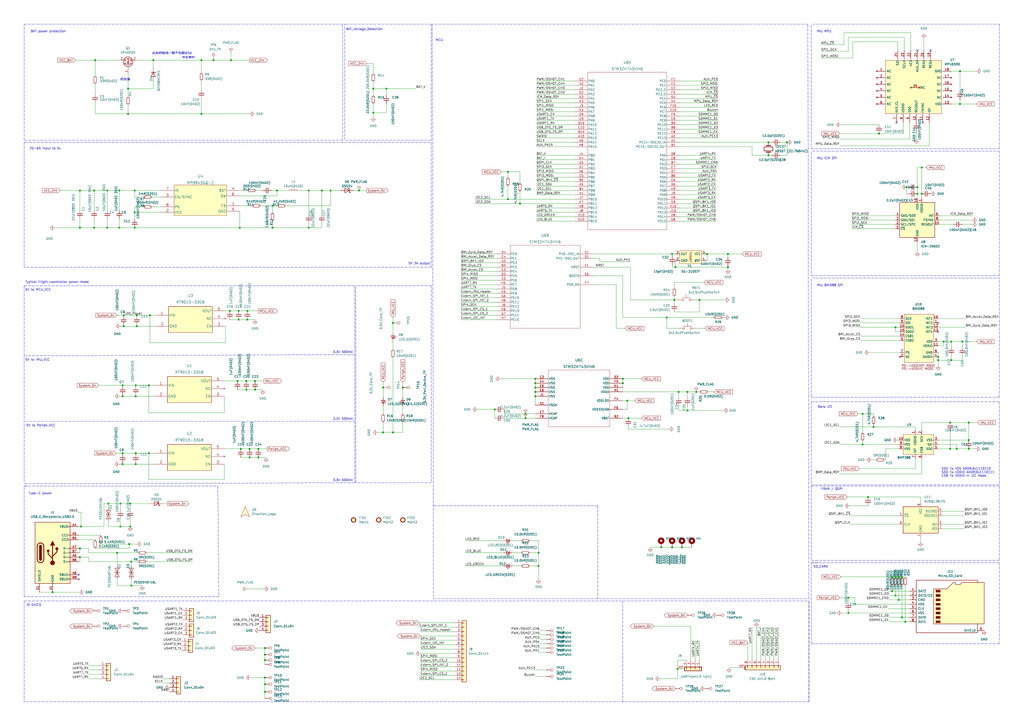
<source format=kicad_sch>
(kicad_sch (version 20211123) (generator eeschema)
  (paper "A2")
  (title_block (title "NxtPX4") (date "2022-12-27") (rev "V1.0") (company "HKUST Khalil"))
  (junction (at 519.43 189.865))
  (junction (at 75.565 305.435))
  (junction (at 208.28 110.49))
  (junction (at 500.38 257.81))
  (junction (at 74.295 51.435))
  (junction (at 86.995 182.88))
  (junction (at 532.13 112.395))
  (junction (at 312.42 328.295))
  (junction (at 456.565 82.55))
  (junction (at 62.23 132.08))
  (junction (at 389.89 147.32))
  (junction (at 144.78 265.43))
  (junction (at 509.905 77.47))
  (junction (at 503.555 288.29))
  (junction (at 532.13 108.585))
  (junction (at 551.815 198.12))
  (junction (at 153.67 379.73))
  (junction (at 78.74 269.24))
  (junction (at 78.105 110.49))
  (junction (at 78.74 223.52))
  (junction (at 143.51 180.34))
  (junction (at 395.605 317.5))
  (junction (at 445.77 90.17))
  (junction (at 69.85 292.1))
  (junction (at 364.49 242.57))
  (junction (at 294.64 99.695))
  (junction (at 393.065 387.985))
  (junction (at 304.8 242.57))
  (junction (at 517.525 342.9))
  (junction (at 116.84 66.04))
  (junction (at 521.335 334.645))
  (junction (at 133.985 34.925))
  (junction (at 46.99 305.435))
  (junction (at 523.24 334.645))
  (junction (at 158.115 132.08))
  (junction (at 153.67 396.875))
  (junction (at 519.43 334.645))
  (junction (at 142.875 220.98))
  (junction (at 554.99 260.35))
  (junction (at 160.655 110.49))
  (junction (at 186.69 110.49))
  (junction (at 312.42 320.675))
  (junction (at 310.515 224.79))
  (junction (at 69.85 305.435))
  (junction (at 54.61 132.08))
  (junction (at 391.16 173.99))
  (junction (at 403.86 227.33))
  (junction (at 139.7 260.35))
  (junction (at 153.67 375.92))
  (junction (at 556.895 41.275))
  (junction (at 138.43 180.34))
  (junction (at 534.67 97.155))
  (junction (at 71.12 229.87))
  (junction (at 393.7 227.33))
  (junction (at 62.23 110.49))
  (junction (at 143.51 185.42))
  (junction (at 142.875 226.06))
  (junction (at 86.36 223.52))
  (junction (at 391.795 154.94))
  (junction (at 149.86 265.43))
  (junction (at 500.38 240.03))
  (junction (at 386.715 184.15))
  (junction (at 71.755 182.88))
  (junction (at 492.125 355.6))
  (junction (at 54.61 110.49))
  (junction (at 46.355 318.135))
  (junction (at 139.065 132.08))
  (junction (at 544.195 207.01))
  (junction (at 78.74 262.89))
  (junction (at 534.67 112.395))
  (junction (at 153.67 401.32))
  (junction (at 88.9 34.925))
  (junction (at 71.12 262.89))
  (junction (at 149.86 260.35))
  (junction (at 138.43 185.42))
  (junction (at 227.965 187.325))
  (junction (at 69.215 110.49))
  (junction (at 55.245 34.925))
  (junction (at 310.515 227.33))
  (junction (at 137.795 220.98))
  (junction (at 561.975 245.11))
  (junction (at 153.67 382.905))
  (junction (at 79.375 189.23))
  (junction (at 74.295 66.04))
  (junction (at 46.355 132.08))
  (junction (at 179.07 132.08))
  (junction (at 86.36 262.89))
  (junction (at 75.565 292.1))
  (junction (at 398.78 238.125))
  (junction (at 492.125 346.71))
  (junction (at 30.48 343.535))
  (junction (at 76.2 325.755))
  (junction (at 71.755 189.23))
  (junction (at 519.43 345.44))
  (junction (at 525.145 360.68))
  (junction (at 521.335 347.98))
  (junction (at 46.355 110.49))
  (junction (at 561.975 260.35))
  (junction (at 361.315 219.71))
  (junction (at 78.105 123.19))
  (junction (at 544.195 208.915))
  (junction (at 153.67 393.065))
  (junction (at 74.93 315.595))
  (junction (at 222.25 250.825))
  (junction (at 179.07 110.49))
  (junction (at 301.625 118.11))
  (junction (at 78.74 229.87))
  (junction (at 233.68 224.79))
  (junction (at 383.54 317.5))
  (junction (at 310.515 219.71))
  (junction (at 222.25 224.79))
  (junction (at 389.89 317.5))
  (junction (at 133.35 180.34))
  (junction (at 144.78 260.35))
  (junction (at 224.155 51.435))
  (junction (at 147.955 220.98))
  (junction (at 310.515 222.25))
  (junction (at 71.12 269.24))
  (junction (at 158.115 119.38))
  (junction (at 506.73 247.65))
  (junction (at 558.165 198.12))
  (junction (at 551.18 260.35))
  (junction (at 561.975 255.27))
  (junction (at 310.515 229.87))
  (junction (at 147.955 226.06))
  (junction (at 76.2 339.725))
  (junction (at 216.535 51.435))
  (junction (at 517.525 334.645))
  (junction (at 363.855 232.41))
  (junction (at 547.37 198.12))
  (junction (at 410.21 147.32))
  (junction (at 422.275 154.94))
  (junction (at 116.84 34.925))
  (junction (at 422.275 147.32))
  (junction (at 551.815 208.915))
  (junction (at 556.895 60.325))
  (junction (at 287.02 237.49))
  (junction (at 79.375 182.88))
  (junction (at 123.825 34.925))
  (junction (at 405.765 173.99))
  (junction (at 67.945 320.675))
  (junction (at 46.355 323.215))
  (junction (at 525.78 108.585))
  (junction (at 361.315 222.25))
  (junction (at 294.64 115.57))
  (junction (at 523.24 358.14))
  (junction (at 304.8 240.03))
  (junction (at 71.12 223.52))
  (junction (at 62.865 292.1))
  (junction (at 551.18 245.11))
  (junction (at 69.215 132.08))
  (junction (at 398.78 227.33))
  (junction (at 227.965 250.825))
  (junction (at 191.77 110.49))
  (junction (at 78.105 132.08))
  (junction (at 216.535 65.405))
  (junction (at 445.77 82.55))
  (no_connect (at 544.195 187.325))
  (no_connect (at 544.195 192.405))
  (no_connect (at 520.065 71.12))
  (no_connect (at 532.13 29.21))
  (no_connect (at 539.75 29.21))
  (no_connect (at 45.72 335.915))
  (no_connect (at 45.72 333.375))
  (no_connect (at 535.305 71.12))
  (wire (pts (xy 71.12 229.87) (xy 78.74 229.87)))
  (wire (pts (xy 133.985 30.48) (xy 133.985 34.925)))
  (wire (pts (xy 547.37 198.12) (xy 551.815 198.12)))
  (wire (pts (xy 521.335 304.165) (xy 493.395 304.165)))
  (wire (pts (xy 139.065 122.555) (xy 139.065 132.08)))
  (wire (pts (xy 62.23 110.49) (xy 69.215 110.49)))
  (wire (pts (xy 398.78 238.125) (xy 393.7 238.125)))
  (wire (pts (xy 160.655 113.665) (xy 139.065 113.665)))
  (wire (pts (xy 75.565 292.1) (xy 86.995 292.1)))
  (wire (pts (xy 147.955 226.06) (xy 152.4 226.06)))
  (polyline (pts (xy 470.535 230.505) (xy 579.755 230.505)))
  (wire (pts (xy 361.315 222.25) (xy 361.315 224.79)))
  (polyline (pts (xy 471.17 87.63) (xy 579.755 87.63)))
  (polyline (pts (xy 579.755 230.505) (xy 579.755 161.29)))
  (wire (pts (xy 224.155 51.435) (xy 224.155 55.245)))
  (wire (pts (xy 506.73 247.65) (xy 530.86 247.65)))
  (wire (pts (xy 524.51 21.59) (xy 524.51 29.21)))
  (wire (pts (xy 294.64 107.95) (xy 294.64 115.57)))
  (wire (pts (xy 160.655 110.49) (xy 167.64 110.49)))
  (wire (pts (xy 377.19 317.5) (xy 383.54 317.5)))
  (wire (pts (xy 78.74 223.52) (xy 86.36 223.52)))
  (wire (pts (xy 45.72 318.135) (xy 46.355 318.135)))
  (wire (pts (xy 62.865 305.435) (xy 69.85 305.435)))
  (polyline (pts (xy 470.535 326.39) (xy 474.345 326.39)))
  (wire (pts (xy 558.165 206.375) (xy 558.165 208.915)))
  (wire (pts (xy 554.99 260.35) (xy 551.18 260.35)))
  (wire (pts (xy 414.02 227.33) (xy 410.845 227.33)))
  (wire (pts (xy 333.375 100.33) (xy 311.15 100.33)))
  (wire (pts (xy 287.02 237.49) (xy 287.02 242.57)))
  (polyline (pts (xy 469.265 348.615) (xy 469.265 407.035)))
  (wire (pts (xy 403.225 382.905) (xy 403.225 371.475)))
  (wire (pts (xy 519.43 339.725) (xy 519.43 345.44)))
  (wire (pts (xy 333.375 77.47) (xy 311.15 77.47)))
  (wire (pts (xy 506.73 246.38) (xy 506.73 247.65)))
  (wire (pts (xy 546.735 299.085) (xy 559.435 299.085)))
  (wire (pts (xy 67.945 320.675) (xy 80.01 320.675)))
  (wire (pts (xy 147.955 375.92) (xy 153.67 375.92)))
  (wire (pts (xy 383.54 317.5) (xy 389.89 317.5)))
  (wire (pts (xy 441.325 382.27) (xy 441.325 363.855)))
  (wire (pts (xy 151.13 119.38) (xy 158.115 119.38)))
  (wire (pts (xy 212.725 36.83) (xy 216.535 36.83)))
  (wire (pts (xy 158.115 132.08) (xy 179.07 132.08)))
  (wire (pts (xy 487.045 257.81) (xy 500.38 257.81)))
  (wire (pts (xy 172.72 110.49) (xy 179.07 110.49)))
  (wire (pts (xy 62.865 292.1) (xy 69.85 292.1)))
  (wire (pts (xy 515.62 345.44) (xy 519.43 345.44)))
  (wire (pts (xy 492.125 355.6) (xy 527.685 355.6)))
  (wire (pts (xy 46.355 318.135) (xy 51.435 318.135)))
  (wire (pts (xy 525.78 112.395) (xy 527.05 112.395)))
  (wire (pts (xy 517.525 342.9) (xy 527.685 342.9)))
  (wire (pts (xy 74.295 42.545) (xy 74.295 51.435)))
  (wire (pts (xy 452.755 82.55) (xy 456.565 82.55)))
  (wire (pts (xy 43.815 34.925) (xy 55.245 34.925)))
  (wire (pts (xy 415.29 115.57) (xy 394.335 115.57)))
  (wire (pts (xy 445.77 82.55) (xy 447.675 82.55)))
  (polyline (pts (xy 470.535 233.045) (xy 579.755 233.045)))
  (wire (pts (xy 534.67 245.11) (xy 551.18 245.11)))
  (polyline (pts (xy 471.17 13.97) (xy 579.755 13.97)))
  (wire (pts (xy 205.105 110.49) (xy 208.28 110.49)))
  (wire (pts (xy 158.115 132.08) (xy 139.065 132.08)))
  (wire (pts (xy 138.43 185.42) (xy 143.51 185.42)))
  (wire (pts (xy 534.035 311.785) (xy 534.035 314.325)))
  (wire (pts (xy 422.275 154.305) (xy 422.275 154.94)))
  (wire (pts (xy 86.36 262.89) (xy 89.535 262.89)))
  (wire (pts (xy 45.72 313.055) (xy 55.245 313.055)))
  (wire (pts (xy 558.165 198.12) (xy 566.42 198.12)))
  (wire (pts (xy 532.13 112.395) (xy 532.13 114.935)))
  (wire (pts (xy 243.84 368.935) (xy 264.16 368.935)))
  (wire (pts (xy 534.67 112.395) (xy 534.67 114.935)))
  (wire (pts (xy 294.64 99.695) (xy 290.83 99.695)))
  (wire (pts (xy 133.35 180.34) (xy 138.43 180.34)))
  (wire (pts (xy 86.995 182.88) (xy 86.995 198.755)))
  (wire (pts (xy 62.865 302.26) (xy 62.865 305.435)))
  (polyline (pts (xy 250.825 13.97) (xy 250.825 20.32)))
  (wire (pts (xy 405.765 382.905) (xy 405.765 371.475)))
  (polyline (pts (xy 126.365 281.94) (xy 127 346.075)))
  (wire (pts (xy 333.375 110.49) (xy 311.15 110.49)))
  (wire (pts (xy 361.315 242.57) (xy 364.49 242.57)))
  (wire (pts (xy 147.955 220.98) (xy 153.035 220.98)))
  (wire (pts (xy 186.69 132.08) (xy 186.69 129.54)))
  (wire (pts (xy 133.35 185.42) (xy 138.43 185.42)))
  (polyline (pts (xy 470.535 86.36) (xy 579.755 86.36)))
  (wire (pts (xy 297.18 320.675) (xy 302.26 320.675)))
  (wire (pts (xy 55.245 59.69) (xy 55.245 66.04)))
  (wire (pts (xy 313.055 375.92) (xy 316.865 375.92)))
  (polyline (pts (xy 13.97 206.375) (xy 13.97 165.735)))
  (wire (pts (xy 71.755 182.88) (xy 71.755 183.515)))
  (wire (pts (xy 297.18 313.69) (xy 302.26 313.69)))
  (wire (pts (xy 311.15 125.73) (xy 333.375 125.73)))
  (wire (pts (xy 54.61 110.49) (xy 62.23 110.49)))
  (wire (pts (xy 94.615 393.7) (xy 98.425 393.7)))
  (wire (pts (xy 333.375 102.87) (xy 311.15 102.87)))
  (wire (pts (xy 243.205 363.855) (xy 264.16 363.855)))
  (wire (pts (xy 333.375 67.31) (xy 311.15 67.31)))
  (polyline (pts (xy 250.19 82.55) (xy 250.19 154.94)))
  (wire (pts (xy 544.195 257.81) (xy 554.99 257.81)))
  (wire (pts (xy 86.36 223.52) (xy 89.535 223.52)))
  (wire (pts (xy 88.9 34.925) (xy 116.84 34.925)))
  (wire (pts (xy 116.84 57.15) (xy 116.84 66.04)))
  (polyline (pts (xy 469.265 407.035) (xy 13.97 407.035)))
  (wire (pts (xy 415.29 123.19) (xy 394.335 123.19)))
  (polyline (pts (xy 250.19 154.94) (xy 13.97 154.94)))
  (wire (pts (xy 71.755 189.23) (xy 79.375 189.23)))
  (wire (pts (xy 46.355 132.08) (xy 54.61 132.08)))
  (polyline (pts (xy 13.97 165.735) (xy 205.74 165.735)))
  (wire (pts (xy 415.29 105.41) (xy 394.335 105.41)))
  (wire (pts (xy 333.375 92.71) (xy 311.15 92.71)))
  (wire (pts (xy 420.37 173.99) (xy 405.765 173.99)))
  (wire (pts (xy 233.68 221.615) (xy 233.68 224.79)))
  (wire (pts (xy 86.995 182.88) (xy 90.17 182.88)))
  (wire (pts (xy 489.585 19.05) (xy 489.585 26.035)))
  (wire (pts (xy 83.185 120.015) (xy 78.105 120.015)))
  (wire (pts (xy 422.275 149.225) (xy 422.275 147.32)))
  (wire (pts (xy 494.03 125.095) (xy 519.43 125.095)))
  (wire (pts (xy 394.335 49.53) (xy 416.56 49.53)))
  (wire (pts (xy 537.21 97.155) (xy 534.67 97.155)))
  (polyline (pts (xy 14.605 82.55) (xy 250.19 82.55)))
  (wire (pts (xy 544.195 198.12) (xy 547.37 198.12)))
  (polyline (pts (xy 205.74 165.735) (xy 205.74 205.74)))
  (wire (pts (xy 191.77 110.49) (xy 197.485 110.49)))
  (wire (pts (xy 243.84 371.475) (xy 264.16 371.475)))
  (wire (pts (xy 69.85 305.435) (xy 75.565 305.435)))
  (wire (pts (xy 222.25 224.79) (xy 222.25 230.505)))
  (wire (pts (xy 276.86 237.49) (xy 287.02 237.49)))
  (wire (pts (xy 415.29 125.73) (xy 394.335 125.73)))
  (wire (pts (xy 269.875 320.675) (xy 292.1 320.675)))
  (wire (pts (xy 138.43 180.34) (xy 143.51 180.34)))
  (wire (pts (xy 46.355 127) (xy 46.355 132.08)))
  (wire (pts (xy 492.125 354.33) (xy 492.125 355.6)))
  (wire (pts (xy 78.105 120.015) (xy 78.105 123.19)))
  (wire (pts (xy 551.815 198.12) (xy 551.815 201.295)))
  (wire (pts (xy 361.315 227.33) (xy 393.7 227.33)))
  (wire (pts (xy 54.61 127) (xy 54.61 132.08)))
  (wire (pts (xy 310.515 222.25) (xy 310.515 224.79)))
  (wire (pts (xy 489.585 26.035) (xy 476.25 26.035)))
  (wire (pts (xy 116.84 34.925) (xy 123.825 34.925)))
  (wire (pts (xy 494.03 127.635) (xy 519.43 127.635)))
  (wire (pts (xy 267.335 180.34) (xy 288.29 180.34)))
  (wire (pts (xy 556.895 57.785) (xy 556.895 60.325)))
  (wire (pts (xy 144.78 260.35) (xy 149.86 260.35)))
  (wire (pts (xy 267.335 185.42) (xy 288.29 185.42)))
  (wire (pts (xy 297.18 328.295) (xy 302.26 328.295)))
  (wire (pts (xy 142.875 220.98) (xy 147.955 220.98)))
  (wire (pts (xy 344.17 160.02) (xy 361.315 160.02)))
  (wire (pts (xy 333.375 120.65) (xy 311.15 120.65)))
  (wire (pts (xy 222.25 235.585) (xy 222.25 240.03)))
  (wire (pts (xy 361.315 219.71) (xy 372.11 219.71)))
  (wire (pts (xy 69.215 132.08) (xy 78.105 132.08)))
  (wire (pts (xy 46.355 323.215) (xy 51.435 323.215)))
  (wire (pts (xy 347.98 149.86) (xy 344.17 149.86)))
  (wire (pts (xy 130.175 220.98) (xy 137.795 220.98)))
  (polyline (pts (xy 200.025 13.97) (xy 200.66 13.97)))
  (wire (pts (xy 94.615 396.24) (xy 98.425 396.24)))
  (wire (pts (xy 74.93 315.595) (xy 79.375 315.595)))
  (wire (pts (xy 71.755 182.88) (xy 79.375 182.88)))
  (wire (pts (xy 69.85 189.23) (xy 71.755 189.23)))
  (wire (pts (xy 222.25 221.615) (xy 222.25 224.79)))
  (wire (pts (xy 525.145 360.68) (xy 527.685 360.68)))
  (wire (pts (xy 494.665 24.13) (xy 494.665 33.655)))
  (polyline (pts (xy 200.025 81.28) (xy 200.025 13.97)))
  (wire (pts (xy 208.28 110.49) (xy 212.725 110.49)))
  (wire (pts (xy 532.13 140.335) (xy 532.13 146.05)))
  (wire (pts (xy 395.605 317.5) (xy 401.32 317.5)))
  (wire (pts (xy 394.335 59.69) (xy 416.56 59.69)))
  (wire (pts (xy 515.62 360.68) (xy 525.145 360.68)))
  (wire (pts (xy 521.335 347.98) (xy 527.685 347.98)))
  (wire (pts (xy 267.335 152.4) (xy 288.29 152.4)))
  (polyline (pts (xy 470.535 161.925) (xy 470.535 230.505)))
  (wire (pts (xy 139.065 119.38) (xy 146.05 119.38)))
  (wire (pts (xy 333.375 64.77) (xy 311.15 64.77)))
  (wire (pts (xy 153.67 379.73) (xy 153.67 382.905)))
  (wire (pts (xy 394.335 107.95) (xy 415.29 107.95)))
  (wire (pts (xy 75.565 292.1) (xy 75.565 295.91)))
  (wire (pts (xy 144.78 265.43) (xy 149.86 265.43)))
  (wire (pts (xy 267.335 154.94) (xy 288.29 154.94)))
  (wire (pts (xy 403.86 190.5) (xy 408.94 190.5)))
  (wire (pts (xy 222.25 245.11) (xy 222.25 250.825)))
  (wire (pts (xy 45.72 323.215) (xy 46.355 323.215)))
  (wire (pts (xy 523.24 358.14) (xy 527.685 358.14)))
  (wire (pts (xy 153.67 401.32) (xy 153.67 405.13)))
  (wire (pts (xy 71.12 262.89) (xy 71.12 263.525)))
  (wire (pts (xy 519.43 334.645) (xy 521.335 334.645)))
  (wire (pts (xy 51.435 393.7) (xy 57.785 393.7)))
  (wire (pts (xy 30.48 343.535) (xy 45.72 343.535)))
  (wire (pts (xy 534.67 266.065) (xy 534.67 274.955)))
  (polyline (pts (xy 127 346.075) (xy 13.97 346.075)))
  (wire (pts (xy 304.8 242.57) (xy 310.515 242.57)))
  (wire (pts (xy 78.74 268.605) (xy 78.74 269.24)))
  (wire (pts (xy 527.05 108.585) (xy 525.78 108.585)))
  (wire (pts (xy 71.12 229.235) (xy 71.12 229.87)))
  (wire (pts (xy 547.37 200.66) (xy 547.37 198.12)))
  (wire (pts (xy 74.295 51.435) (xy 74.295 55.88)))
  (wire (pts (xy 179.07 132.08) (xy 186.69 132.08)))
  (wire (pts (xy 76.2 325.755) (xy 80.01 325.755)))
  (wire (pts (xy 544.195 204.47) (xy 544.195 207.01)))
  (wire (pts (xy 216.535 65.405) (xy 216.535 67.945)))
  (wire (pts (xy 500.38 240.03) (xy 506.73 240.03)))
  (wire (pts (xy 137.795 226.06) (xy 142.875 226.06)))
  (wire (pts (xy 75.565 300.99) (xy 75.565 305.435)))
  (wire (pts (xy 153.67 382.905) (xy 153.67 385.445)))
  (wire (pts (xy 333.375 80.01) (xy 311.15 80.01)))
  (wire (pts (xy 86.36 223.52) (xy 86.36 239.395)))
  (wire (pts (xy 78.74 229.87) (xy 89.535 229.87)))
  (wire (pts (xy 79.375 34.925) (xy 88.9 34.925)))
  (polyline (pts (xy 470.535 326.39) (xy 579.755 326.39)))
  (wire (pts (xy 186.69 110.49) (xy 186.69 124.46)))
  (wire (pts (xy 86.36 239.395) (xy 130.175 239.395)))
  (wire (pts (xy 487.045 80.645) (xy 527.685 80.645)))
  (wire (pts (xy 365.76 154.94) (xy 344.17 154.94)))
  (wire (pts (xy 389.89 317.5) (xy 395.605 317.5)))
  (polyline (pts (xy 14.605 244.475) (xy 205.74 244.475)))
  (wire (pts (xy 67.945 335.915) (xy 67.945 339.725)))
  (wire (pts (xy 191.77 110.49) (xy 191.77 119.38)))
  (wire (pts (xy 403.225 173.99) (xy 405.765 173.99)))
  (wire (pts (xy 148.59 110.49) (xy 152.4 110.49)))
  (wire (pts (xy 556.895 41.275) (xy 556.895 52.705)))
  (wire (pts (xy 393.7 190.5) (xy 386.715 190.5)))
  (wire (pts (xy 394.335 77.47) (xy 416.56 77.47)))
  (polyline (pts (xy 469.265 347.345) (xy 468.63 13.97)))
  (wire (pts (xy 51.435 386.08) (xy 57.785 386.08)))
  (wire (pts (xy 546.735 306.705) (xy 559.435 306.705)))
  (polyline (pts (xy 205.74 280.035) (xy 13.97 280.67)))
  (wire (pts (xy 111.76 320.675) (xy 85.09 320.675)))
  (polyline (pts (xy 579.755 281.305) (xy 470.535 281.305)))
  (wire (pts (xy 179.07 129.54) (xy 179.07 132.08)))
  (wire (pts (xy 153.67 393.065) (xy 153.67 396.875)))
  (wire (pts (xy 307.34 313.69) (xy 312.42 313.69)))
  (wire (pts (xy 344.17 165.1) (xy 357.505 165.1)))
  (wire (pts (xy 71.12 223.52) (xy 78.74 223.52)))
  (wire (pts (xy 515.62 342.9) (xy 517.525 342.9)))
  (wire (pts (xy 394.335 72.39) (xy 416.56 72.39)))
  (wire (pts (xy 515.62 358.14) (xy 523.24 358.14)))
  (wire (pts (xy 415.29 110.49) (xy 394.335 110.49)))
  (wire (pts (xy 179.07 110.49) (xy 186.69 110.49)))
  (wire (pts (xy 517.525 334.645) (xy 487.68 334.645)))
  (wire (pts (xy 86.36 278.13) (xy 130.175 278.13)))
  (wire (pts (xy 267.335 167.64) (xy 288.29 167.64)))
  (wire (pts (xy 492.125 21.59) (xy 524.51 21.59)))
  (wire (pts (xy 500.38 240.03) (xy 500.38 250.825)))
  (wire (pts (xy 292.735 240.03) (xy 304.8 240.03)))
  (wire (pts (xy 301.625 118.11) (xy 275.59 118.11)))
  (wire (pts (xy 51.435 320.675) (xy 67.945 320.675)))
  (wire (pts (xy 301.625 118.11) (xy 333.375 118.11)))
  (wire (pts (xy 520.7 255.27) (xy 521.335 255.27)))
  (polyline (pts (xy 469.265 348.615) (xy 469.265 407.035)))
  (wire (pts (xy 79.375 182.88) (xy 86.995 182.88)))
  (wire (pts (xy 186.69 110.49) (xy 191.77 110.49)))
  (wire (pts (xy 227.965 187.325) (xy 227.965 193.04)))
  (wire (pts (xy 476.25 33.655) (xy 494.665 33.655)))
  (polyline (pts (xy 13.97 13.97) (xy 19.05 13.97)))
  (wire (pts (xy 54.61 132.08) (xy 62.23 132.08)))
  (wire (pts (xy 398.78 238.125) (xy 419.735 238.125)))
  (wire (pts (xy 521.335 334.645) (xy 523.24 334.645)))
  (wire (pts (xy 532.13 97.155) (xy 532.13 108.585)))
  (wire (pts (xy 116.84 34.925) (xy 116.84 41.91)))
  (polyline (pts (xy 206.375 280.035) (xy 206.375 165.735)))
  (wire (pts (xy 520.7 29.21) (xy 520.7 24.13)))
  (wire (pts (xy 551.815 208.915) (xy 558.165 208.915)))
  (wire (pts (xy 94.615 292.1) (xy 97.155 292.1)))
  (wire (pts (xy 364.49 247.65) (xy 364.49 248.92)))
  (wire (pts (xy 544.195 208.915) (xy 551.815 208.915)))
  (wire (pts (xy 294.64 99.695) (xy 294.64 102.87)))
  (wire (pts (xy 243.84 379.095) (xy 264.16 379.095)))
  (wire (pts (xy 364.49 242.57) (xy 372.11 242.57)))
  (wire (pts (xy 93.345 110.49) (xy 78.105 110.49)))
  (wire (pts (xy 74.93 315.595) (xy 74.93 318.135)))
  (wire (pts (xy 558.165 198.12) (xy 558.165 201.295)))
  (wire (pts (xy 31.75 132.08) (xy 46.355 132.08)))
  (wire (pts (xy 443.865 363.855) (xy 443.865 382.27)))
  (wire (pts (xy 139.7 260.35) (xy 144.78 260.35)))
  (wire (pts (xy 492.76 293.37) (xy 503.555 293.37)))
  (wire (pts (xy 363.855 237.49) (xy 361.315 237.49)))
  (wire (pts (xy 88.265 120.015) (xy 93.345 120.015)))
  (wire (pts (xy 534.67 97.155) (xy 532.13 97.155)))
  (wire (pts (xy 313.055 378.46) (xy 316.865 378.46)))
  (wire (pts (xy 69.215 110.49) (xy 78.105 110.49)))
  (wire (pts (xy 436.245 363.855) (xy 436.245 382.27)))
  (wire (pts (xy 494.03 132.715) (xy 519.43 132.715)))
  (wire (pts (xy 267.335 162.56) (xy 288.29 162.56)))
  (wire (pts (xy 495.935 346.71) (xy 495.935 350.52)))
  (wire (pts (xy 333.375 90.17) (xy 311.15 90.17)))
  (polyline (pts (xy 251.46 293.37) (xy 346.71 293.37)))
  (wire (pts (xy 499.11 187.325) (xy 521.97 187.325)))
  (wire (pts (xy 551.815 41.275) (xy 556.895 41.275)))
  (wire (pts (xy 519.43 192.405) (xy 521.97 192.405)))
  (wire (pts (xy 222.25 250.825) (xy 219.075 250.825)))
  (wire (pts (xy 405.765 180.975) (xy 391.16 180.975)))
  (wire (pts (xy 556.895 41.275) (xy 566.42 41.275)))
  (wire (pts (xy 436.245 90.17) (xy 436.245 85.09)))
  (polyline (pts (xy 13.97 207.01) (xy 13.97 280.67)))
  (wire (pts (xy 267.335 157.48) (xy 288.29 157.48)))
  (wire (pts (xy 451.485 363.855) (xy 451.485 382.27)))
  (wire (pts (xy 519.43 345.44) (xy 527.685 345.44)))
  (wire (pts (xy 487.045 247.65) (xy 506.73 247.65)))
  (polyline (pts (xy 471.17 161.29) (xy 579.755 161.29)))
  (wire (pts (xy 224.155 51.435) (xy 241.3 51.435)))
  (wire (pts (xy 233.68 235.585) (xy 233.68 240.03)))
  (wire (pts (xy 312.42 320.675) (xy 312.42 328.295)))
  (wire (pts (xy 130.81 198.755) (xy 86.995 198.755)))
  (wire (pts (xy 365.76 173.99) (xy 391.16 173.99)))
  (wire (pts (xy 307.34 328.295) (xy 312.42 328.295)))
  (wire (pts (xy 410.21 147.32) (xy 409.575 147.32)))
  (wire (pts (xy 394.335 85.09) (xy 436.245 85.09)))
  (polyline (pts (xy 470.535 14.605) (xy 470.535 86.36)))
  (wire (pts (xy 534.67 97.155) (xy 534.67 112.395)))
  (wire (pts (xy 60.325 292.1) (xy 62.865 292.1)))
  (polyline (pts (xy 579.755 233.045) (xy 579.755 281.305)))
  (wire (pts (xy 408.305 163.83) (xy 391.16 163.83)))
  (wire (pts (xy 69.215 269.24) (xy 71.12 269.24)))
  (wire (pts (xy 416.56 62.23) (xy 394.335 62.23)))
  (wire (pts (xy 142.875 226.06) (xy 147.955 226.06)))
  (wire (pts (xy 487.045 346.71) (xy 492.125 346.71)))
  (wire (pts (xy 310.515 219.71) (xy 290.195 219.71)))
  (wire (pts (xy 415.29 118.11) (xy 394.335 118.11)))
  (wire (pts (xy 86.36 262.89) (xy 86.36 278.13)))
  (wire (pts (xy 394.335 100.33) (xy 415.925 100.33)))
  (wire (pts (xy 157.48 110.49) (xy 160.655 110.49)))
  (wire (pts (xy 398.78 227.33) (xy 393.7 227.33)))
  (polyline (pts (xy 470.535 281.94) (xy 579.755 281.94)))
  (wire (pts (xy 67.31 262.89) (xy 71.12 262.89)))
  (wire (pts (xy 430.53 147.32) (xy 422.275 147.32)))
  (wire (pts (xy 365.76 151.765) (xy 347.98 151.765)))
  (wire (pts (xy 438.785 363.855) (xy 438.785 382.27)))
  (wire (pts (xy 487.68 72.39) (xy 509.905 72.39)))
  (wire (pts (xy 143.51 341.63) (xy 153.035 341.63)))
  (wire (pts (xy 301.625 106.045) (xy 301.625 99.695)))
  (wire (pts (xy 69.215 229.87) (xy 71.12 229.87)))
  (wire (pts (xy 153.67 375.92) (xy 153.67 379.73)))
  (polyline (pts (xy 13.97 281.94) (xy 126.365 281.94)))
  (wire (pts (xy 394.335 69.85) (xy 416.56 69.85)))
  (wire (pts (xy 312.42 328.295) (xy 312.42 335.915)))
  (wire (pts (xy 521.335 260.35) (xy 513.715 260.35)))
  (wire (pts (xy 544.195 200.66) (xy 547.37 200.66)))
  (wire (pts (xy 393.7 238.125) (xy 393.7 235.585)))
  (wire (pts (xy 551.18 245.11) (xy 561.975 245.11)))
  (wire (pts (xy 414.02 184.15) (xy 386.715 184.15)))
  (wire (pts (xy 391.795 147.32) (xy 389.89 147.32)))
  (wire (pts (xy 133.985 34.925) (xy 144.78 34.925)))
  (wire (pts (xy 523.875 71.12) (xy 523.875 77.47)))
  (wire (pts (xy 344.17 147.32) (xy 389.89 147.32)))
  (polyline (pts (xy 13.97 346.075) (xy 13.97 281.94)))
  (wire (pts (xy 544.195 189.865) (xy 560.07 189.865)))
  (wire (pts (xy 415.29 90.17) (xy 394.335 90.17)))
  (wire (pts (xy 313.055 373.38) (xy 316.865 373.38)))
  (wire (pts (xy 55.245 43.815) (xy 55.245 34.925)))
  (wire (pts (xy 379.095 363.22) (xy 400.685 363.22)))
  (polyline (pts (xy 470.535 373.38) (xy 470.535 326.39)))
  (wire (pts (xy 386.715 190.5) (xy 386.715 184.15)))
  (wire (pts (xy 551.18 250.19) (xy 551.18 260.35)))
  (wire (pts (xy 551.815 198.12) (xy 558.165 198.12)))
  (wire (pts (xy 243.84 384.175) (xy 264.16 384.175)))
  (wire (pts (xy 243.84 366.395) (xy 264.16 366.395)))
  (wire (pts (xy 130.175 260.35) (xy 139.7 260.35)))
  (wire (pts (xy 491.49 288.29) (xy 503.555 288.29)))
  (wire (pts (xy 71.12 223.52) (xy 71.12 224.155)))
  (wire (pts (xy 62.23 127) (xy 62.23 132.08)))
  (wire (pts (xy 333.375 49.53) (xy 311.15 49.53)))
  (wire (pts (xy 391.795 151.13) (xy 391.795 154.94)))
  (wire (pts (xy 58.42 315.595) (xy 74.93 315.595)))
  (wire (pts (xy 505.46 266.7) (xy 508 266.7)))
  (wire (pts (xy 62.23 110.49) (xy 62.23 121.92)))
  (wire (pts (xy 391.795 154.94) (xy 389.89 154.94)))
  (wire (pts (xy 499.11 197.485) (xy 521.97 197.485)))
  (wire (pts (xy 243.205 361.315) (xy 264.16 361.315)))
  (wire (pts (xy 503.555 288.29) (xy 534.035 288.29)))
  (wire (pts (xy 46.99 305.435) (xy 46.99 297.18)))
  (polyline (pts (xy 250.19 13.97) (xy 250.19 81.28)))
  (polyline (pts (xy 13.97 348.615) (xy 469.265 348.615)))
  (wire (pts (xy 347.98 151.765) (xy 347.98 149.86)))
  (wire (pts (xy 398.78 238.125) (xy 398.78 235.585)))
  (wire (pts (xy 224.155 60.325) (xy 224.155 65.405)))
  (wire (pts (xy 46.355 121.92) (xy 46.355 110.49)))
  (wire (pts (xy 556.895 60.325) (xy 566.42 60.325)))
  (wire (pts (xy 544.83 125.095) (xy 564.515 125.095)))
  (wire (pts (xy 313.055 368.3) (xy 316.865 368.3)))
  (wire (pts (xy 391.16 173.99) (xy 391.16 175.895)))
  (wire (pts (xy 45.72 320.675) (xy 46.355 320.675)))
  (wire (pts (xy 415.29 92.71) (xy 394.335 92.71)))
  (wire (pts (xy 333.375 97.79) (xy 311.15 97.79)))
  (wire (pts (xy 361.315 219.71) (xy 361.315 222.25)))
  (wire (pts (xy 500.38 257.81) (xy 521.335 257.81)))
  (wire (pts (xy 561.975 245.11) (xy 561.975 255.27)))
  (wire (pts (xy 243.84 374.015) (xy 264.16 374.015)))
  (wire (pts (xy 521.97 184.785) (xy 499.11 184.785)))
  (wire (pts (xy 488.315 355.6) (xy 492.125 355.6)))
  (wire (pts (xy 394.335 64.77) (xy 416.56 64.77)))
  (wire (pts (xy 493.395 299.085) (xy 521.335 299.085)))
  (wire (pts (xy 492.125 346.71) (xy 495.935 346.71)))
  (polyline (pts (xy 19.05 13.97) (xy 198.755 13.97)))
  (wire (pts (xy 389.89 154.94) (xy 389.89 153.67)))
  (wire (pts (xy 357.505 165.1) (xy 357.505 190.5)))
  (wire (pts (xy 78.74 229.235) (xy 78.74 229.87)))
  (polyline (pts (xy 250.19 81.28) (xy 200.025 81.28)))
  (wire (pts (xy 78.105 114.3) (xy 78.105 110.49)))
  (wire (pts (xy 525.78 108.585) (xy 525.78 112.395)))
  (polyline (pts (xy 198.755 13.97) (xy 198.755 81.28)))
  (wire (pts (xy 487.045 274.955) (xy 534.67 274.955)))
  (wire (pts (xy 71.755 188.595) (xy 71.755 189.23)))
  (wire (pts (xy 492.125 29.845) (xy 492.125 21.59)))
  (wire (pts (xy 333.375 85.09) (xy 311.15 85.09)))
  (wire (pts (xy 233.68 250.825) (xy 227.965 250.825)))
  (wire (pts (xy 69.215 110.49) (xy 69.215 121.92)))
  (wire (pts (xy 394.335 74.93) (xy 416.56 74.93)))
  (wire (pts (xy 499.11 194.945) (xy 521.97 194.945)))
  (wire (pts (xy 534.67 249.555) (xy 534.67 245.11)))
  (wire (pts (xy 137.795 220.98) (xy 142.875 220.98)))
  (wire (pts (xy 130.81 189.23) (xy 130.81 198.755)))
  (wire (pts (xy 51.435 325.755) (xy 76.2 325.755)))
  (wire (pts (xy 46.355 325.755) (xy 46.355 323.215)))
  (wire (pts (xy 513.08 266.7) (xy 513.715 266.7)))
  (wire (pts (xy 149.86 260.35) (xy 154.94 260.35)))
  (wire (pts (xy 394.335 67.31) (xy 416.56 67.31)))
  (wire (pts (xy 76.2 335.915) (xy 76.2 339.725)))
  (wire (pts (xy 357.505 190.5) (xy 362.585 190.5)))
  (wire (pts (xy 79.375 188.595) (xy 79.375 189.23)))
  (polyline (pts (xy 13.97 206.375) (xy 205.74 205.74)))
  (wire (pts (xy 544.195 184.785) (xy 560.07 184.785)))
  (wire (pts (xy 216.535 47.625) (xy 216.535 51.435)))
  (wire (pts (xy 227.965 207.645) (xy 227.965 250.825)))
  (wire (pts (xy 365.76 154.94) (xy 365.76 173.99)))
  (polyline (pts (xy 579.755 373.38) (xy 470.535 373.38)))
  (wire (pts (xy 333.375 46.99) (xy 311.15 46.99)))
  (wire (pts (xy 520.7 24.13) (xy 494.665 24.13)))
  (wire (pts (xy 46.99 305.435) (xy 60.325 305.435)))
  (wire (pts (xy 267.335 165.1) (xy 288.29 165.1)))
  (wire (pts (xy 517.525 339.725) (xy 517.525 342.9)))
  (wire (pts (xy 158.115 119.38) (xy 158.115 123.19)))
  (wire (pts (xy 521.335 339.725) (xy 521.335 347.98)))
  (wire (pts (xy 67.945 182.88) (xy 71.755 182.88)))
  (wire (pts (xy 51.435 391.16) (xy 57.785 391.16)))
  (wire (pts (xy 62.23 132.08) (xy 69.215 132.08)))
  (wire (pts (xy 79.375 182.88) (xy 79.375 183.515)))
  (wire (pts (xy 393.065 382.905) (xy 393.065 387.985)))
  (wire (pts (xy 78.105 123.19) (xy 78.105 127)))
  (wire (pts (xy 363.855 232.41) (xy 363.855 237.49)))
  (wire (pts (xy 419.1 184.15) (xy 420.37 184.15)))
  (wire (pts (xy 514.985 353.06) (xy 527.685 353.06)))
  (wire (pts (xy 71.12 268.605) (xy 71.12 269.24)))
  (wire (pts (xy 422.91 387.35) (xy 428.625 387.35)))
  (polyline (pts (xy 470.535 233.045) (xy 470.535 281.305)))
  (wire (pts (xy 531.495 76.2) (xy 531.495 80.645)))
  (wire (pts (xy 532.13 108.585) (xy 532.13 112.395)))
  (wire (pts (xy 333.375 52.07) (xy 311.15 52.07)))
  (wire (pts (xy 69.85 292.1) (xy 75.565 292.1)))
  (wire (pts (xy 224.155 65.405) (xy 216.535 65.405)))
  (wire (pts (xy 333.375 82.55) (xy 311.15 82.55)))
  (wire (pts (xy 160.655 110.49) (xy 160.655 113.665)))
  (wire (pts (xy 71.12 262.89) (xy 78.74 262.89)))
  (wire (pts (xy 153.67 396.875) (xy 153.67 401.32)))
  (wire (pts (xy 500.38 255.905) (xy 500.38 257.81)))
  (wire (pts (xy 51.435 318.135) (xy 51.435 320.675)))
  (wire (pts (xy 544.195 207.01) (xy 544.195 208.915)))
  (wire (pts (xy 130.175 278.13) (xy 130.175 269.24)))
  (wire (pts (xy 452.755 90.17) (xy 456.565 90.17)))
  (wire (pts (xy 311.15 128.27) (xy 333.375 128.27)))
  (wire (pts (xy 389.89 148.59) (xy 389.89 147.32)))
  (wire (pts (xy 267.335 182.88) (xy 288.29 182.88)))
  (wire (pts (xy 301.625 111.125) (xy 301.625 118.11)))
  (wire (pts (xy 398.145 382.905) (xy 393.065 382.905)))
  (wire (pts (xy 116.84 66.04) (xy 144.78 66.04)))
  (polyline (pts (xy 198.755 81.28) (xy 13.97 81.28)))
  (wire (pts (xy 145.415 393.065) (xy 153.67 393.065)))
  (wire (pts (xy 267.335 177.8) (xy 288.29 177.8)))
  (wire (pts (xy 333.375 113.03) (xy 311.15 113.03)))
  (wire (pts (xy 333.375 54.61) (xy 311.15 54.61)))
  (polyline (pts (xy 200.66 13.97) (xy 250.19 13.97)))
  (wire (pts (xy 45.72 325.755) (xy 46.355 325.755)))
  (wire (pts (xy 333.375 123.19) (xy 311.15 123.19)))
  (wire (pts (xy 558.165 130.175) (xy 563.88 130.175)))
  (wire (pts (xy 333.375 72.39) (xy 311.15 72.39)))
  (wire (pts (xy 74.295 60.96) (xy 74.295 66.04)))
  (wire (pts (xy 387.985 248.92) (xy 364.49 248.92)))
  (wire (pts (xy 301.625 99.695) (xy 294.64 99.695)))
  (wire (pts (xy 554.99 257.81) (xy 554.99 260.35)))
  (wire (pts (xy 433.705 382.27) (xy 433.705 372.745)))
  (wire (pts (xy 139.065 110.49) (xy 143.51 110.49)))
  (wire (pts (xy 267.335 172.72) (xy 288.29 172.72)))
  (wire (pts (xy 391.16 172.085) (xy 391.16 173.99)))
  (wire (pts (xy 76.2 339.725) (xy 82.55 339.725)))
  (wire (pts (xy 333.375 107.95) (xy 311.15 107.95)))
  (wire (pts (xy 361.315 184.15) (xy 386.715 184.15)))
  (wire (pts (xy 267.335 170.18) (xy 288.29 170.18)))
  (wire (pts (xy 544.83 127.635) (xy 563.88 127.635)))
  (wire (pts (xy 544.83 130.175) (xy 553.085 130.175)))
  (polyline (pts (xy 346.71 293.37) (xy 346.71 347.345)))
  (wire (pts (xy 51.435 323.215) (xy 51.435 325.755)))
  (polyline (pts (xy 251.46 347.345) (xy 469.265 347.345)))
  (wire (pts (xy 139.7 265.43) (xy 144.78 265.43)))
  (wire (pts (xy 130.81 180.34) (xy 133.35 180.34)))
  (wire (pts (xy 45.085 297.18) (xy 46.99 297.18)))
  (wire (pts (xy 391.795 154.94) (xy 422.275 154.94)))
  (wire (pts (xy 499.11 189.865) (xy 519.43 189.865)))
  (wire (pts (xy 76.2 325.755) (xy 76.2 328.295)))
  (wire (pts (xy 78.74 223.52) (xy 78.74 224.155)))
  (polyline (pts (xy 13.97 82.55) (xy 14.605 82.55)))
  (wire (pts (xy 143.51 180.34) (xy 149.86 180.34)))
  (wire (pts (xy 294.64 115.57) (xy 333.375 115.57)))
  (wire (pts (xy 143.51 185.42) (xy 147.955 185.42)))
  (wire (pts (xy 517.525 334.645) (xy 519.43 334.645)))
  (wire (pts (xy 382.905 393.7) (xy 393.065 393.7)))
  (wire (pts (xy 513.715 266.7) (xy 513.715 260.35)))
  (wire (pts (xy 487.045 77.47) (xy 509.905 77.47)))
  (wire (pts (xy 227.965 250.825) (xy 222.25 250.825)))
  (wire (pts (xy 243.205 394.335) (xy 264.16 394.335)))
  (wire (pts (xy 394.335 52.07) (xy 416.56 52.07)))
  (wire (pts (xy 519.43 189.865) (xy 521.97 189.865)))
  (wire (pts (xy 416.56 95.25) (xy 394.335 95.25)))
  (wire (pts (xy 55.245 34.925) (xy 69.215 34.925)))
  (wire (pts (xy 292.735 237.49) (xy 292.735 240.03)))
  (wire (pts (xy 403.86 227.33) (xy 405.765 227.33)))
  (wire (pts (xy 111.76 325.755) (xy 85.09 325.755)))
  (wire (pts (xy 307.34 320.675) (xy 312.42 320.675)))
  (wire (pts (xy 515.62 347.98) (xy 521.335 347.98)))
  (wire (pts (xy 495.935 350.52) (xy 527.685 350.52)))
  (wire (pts (xy 519.43 189.865) (xy 519.43 192.405)))
  (wire (pts (xy 55.245 48.895) (xy 55.245 54.61)))
  (wire (pts (xy 310.515 227.33) (xy 310.515 229.87)))
  (wire (pts (xy 310.515 392.43) (xy 316.865 392.43)))
  (wire (pts (xy 523.24 339.725) (xy 523.24 358.14)))
  (wire (pts (xy 436.245 90.17) (xy 445.77 90.17)))
  (wire (pts (xy 46.355 110.49) (xy 54.61 110.49)))
  (wire (pts (xy 67.945 320.675) (xy 67.945 328.295)))
  (wire (pts (xy 46.355 320.675) (xy 46.355 318.135)))
  (wire (pts (xy 88.9 46.99) (xy 88.9 51.435)))
  (wire (pts (xy 445.77 90.17) (xy 447.675 90.17)))
  (wire (pts (xy 294.64 115.57) (xy 275.59 115.57)))
  (polyline (pts (xy 470.535 88.265) (xy 470.535 160.02)))
  (wire (pts (xy 233.68 245.11) (xy 233.68 250.825)))
  (wire (pts (xy 34.925 110.49) (xy 46.355 110.49)))
  (wire (pts (xy 422.275 147.32) (xy 410.21 147.32)))
  (wire (pts (xy 123.825 34.925) (xy 133.985 34.925)))
  (wire (pts (xy 243.84 389.255) (xy 264.16 389.255)))
  (wire (pts (xy 410.21 151.13) (xy 410.21 147.32)))
  (wire (pts (xy 67.945 339.725) (xy 76.2 339.725)))
  (wire (pts (xy 494.03 130.175) (xy 519.43 130.175)))
  (wire (pts (xy 448.945 363.855) (xy 448.945 382.27)))
  (wire (pts (xy 528.32 19.05) (xy 489.585 19.05)))
  (wire (pts (xy 333.375 74.93) (xy 311.15 74.93)))
  (wire (pts (xy 398.78 230.505) (xy 398.78 227.33)))
  (wire (pts (xy 45.72 305.435) (xy 46.99 305.435)))
  (wire (pts (xy 227.965 184.15) (xy 227.965 187.325)))
  (wire (pts (xy 71.12 269.24) (xy 78.74 269.24)))
  (wire (pts (xy 415.29 102.87) (xy 394.335 102.87)))
  (wire (pts (xy 398.78 227.33) (xy 403.86 227.33)))
  (wire (pts (xy 546.735 296.545) (xy 559.435 296.545)))
  (wire (pts (xy 422.275 154.94) (xy 422.275 156.21)))
  (wire (pts (xy 51.435 388.62) (xy 57.785 388.62)))
  (wire (pts (xy 523.24 334.645) (xy 525.145 334.645)))
  (wire (pts (xy 393.065 173.99) (xy 391.16 173.99)))
  (wire (pts (xy 55.245 66.04) (xy 74.295 66.04)))
  (wire (pts (xy 546.735 304.165) (xy 559.435 304.165)))
  (wire (pts (xy 292.1 242.57) (xy 304.8 242.57)))
  (wire (pts (xy 88.9 51.435) (xy 74.295 51.435)))
  (wire (pts (xy 544.195 208.915) (xy 544.195 212.09)))
  (wire (pts (xy 487.045 84.455) (xy 539.115 84.455)))
  (wire (pts (xy 78.105 132.08) (xy 139.065 132.08)))
  (wire (pts (xy 179.07 110.49) (xy 179.07 124.46)))
  (wire (pts (xy 527.685 71.12) (xy 527.685 80.645)))
  (wire (pts (xy 394.335 54.61) (xy 416.56 54.61)))
  (wire (pts (xy 525.145 339.725) (xy 525.145 360.68)))
  (wire (pts (xy 551.815 60.325) (xy 556.895 60.325)))
  (wire (pts (xy 310.515 229.87) (xy 310.515 234.95)))
  (wire (pts (xy 333.375 105.41) (xy 311.15 105.41)))
  (wire (pts (xy 233.68 224.79) (xy 233.68 230.505)))
  (wire (pts (xy 269.875 313.69) (xy 292.1 313.69)))
  (wire (pts (xy 539.115 71.12) (xy 539.115 84.455)))
  (wire (pts (xy 310.515 388.62) (xy 316.865 388.62)))
  (wire (pts (xy 216.535 51.435) (xy 216.535 55.245)))
  (wire (pts (xy 149.86 265.43) (xy 154.305 265.43)))
  (wire (pts (xy 394.335 82.55) (xy 445.77 82.55)))
  (wire (pts (xy 165.735 119.38) (xy 191.77 119.38)))
  (polyline (pts (xy 250.19 165.735) (xy 206.375 165.735)))
  (wire (pts (xy 506.73 240.03) (xy 506.73 241.3)))
  (polyline (pts (xy 13.97 348.615) (xy 13.97 407.035)))
  (wire (pts (xy 69.85 300.99) (xy 69.85 305.435)))
  (wire (pts (xy 446.405 363.855) (xy 446.405 382.27)))
  (polyline (pts (xy 205.74 205.74) (xy 205.74 280.035)))
  (polyline (pts (xy 468.63 13.97) (xy 250.825 13.97)))
  (wire (pts (xy 456.565 90.17) (xy 456.565 82.55)))
  (wire (pts (xy 267.335 160.02) (xy 288.29 160.02)))
  (wire (pts (xy 313.055 370.84) (xy 316.865 370.84)))
  (polyline (pts (xy 579.755 325.12) (xy 470.535 325.12)))
  (wire (pts (xy 310.515 224.79) (xy 310.515 227.33)))
  (wire (pts (xy 288.29 149.86) (xy 267.335 149.86)))
  (wire (pts (xy 304.8 240.03) (xy 310.515 240.03)))
  (wire (pts (xy 530.86 249.555) (xy 530.86 247.65)))
  (polyline (pts (xy 579.755 160.02) (xy 579.755 87.63)))
  (wire (pts (xy 393.7 230.505) (xy 393.7 227.33)))
  (polyline (pts (xy 250.825 20.32) (xy 251.46 347.345)))
  (wire (pts (xy 243.84 391.795) (xy 264.16 391.795)))
  (wire (pts (xy 361.315 232.41) (xy 363.855 232.41)))
  (polyline (pts (xy 579.755 326.39) (xy 579.755 373.38)))
  (wire (pts (xy 333.375 57.15) (xy 311.15 57.15)))
  (wire (pts (xy 393.065 387.985) (xy 393.065 393.7)))
  (polyline (pts (xy 579.755 86.36) (xy 579.755 13.97)))
  (wire (pts (xy 333.375 69.85) (xy 311.15 69.85)))
  (wire (pts (xy 158.115 128.27) (xy 158.115 132.08)))
  (wire (pts (xy 62.865 294.64) (xy 62.865 292.1)))
  (wire (pts (xy 561.975 260.35) (xy 565.785 260.35)))
  (polyline (pts (xy 250.19 280.035) (xy 206.375 280.035)))
  (polyline (pts (xy 470.535 281.94) (xy 470.535 325.12)))
  (wire (pts (xy 78.74 269.24) (xy 89.535 269.24)))
  (wire (pts (xy 216.535 36.83) (xy 216.535 42.545)))
  (wire (pts (xy 409.575 151.13) (xy 410.21 151.13)))
  (wire (pts (xy 267.335 147.32) (xy 288.29 147.32)))
  (wire (pts (xy 79.375 189.23) (xy 90.17 189.23)))
  (wire (pts (xy 333.375 95.25) (xy 311.15 95.25)))
  (wire (pts (xy 57.15 223.52) (xy 71.12 223.52)))
  (wire (pts (xy 504.19 204.47) (xy 521.97 204.47)))
  (polyline (pts (xy 250.19 165.735) (xy 250.19 280.035)))
  (wire (pts (xy 216.535 51.435) (xy 224.155 51.435)))
  (wire (pts (xy 74.295 66.04) (xy 116.84 66.04)))
  (polyline (pts (xy 470.535 160.02) (xy 579.755 160.02)))
  (polyline (pts (xy 13.97 154.94) (xy 13.97 82.55)))
  (wire (pts (xy 551.815 206.375) (xy 551.815 208.915)))
  (wire (pts (xy 498.475 271.78) (xy 530.86 271.78)))
  (wire (pts (xy 160.655 119.38) (xy 158.115 119.38)))
  (wire (pts (xy 88.9 34.925) (xy 88.9 39.37)))
  (wire (pts (xy 361.315 160.02) (xy 361.315 184.15)))
  (polyline (pts (xy 13.97 281.94) (xy 15.875 281.94)))
  (wire (pts (xy 78.74 262.89) (xy 86.36 262.89)))
  (wire (pts (xy 394.335 80.01) (xy 416.56 80.01)))
  (wire (pts (xy 415.29 128.27) (xy 394.335 128.27)))
  (wire (pts (xy 88.265 114.3) (xy 93.345 114.3)))
  (wire (pts (xy 333.375 59.69) (xy 311.15 59.69)))
  (wire (pts (xy 400.685 363.22) (xy 400.685 382.905)))
  (wire (pts (xy 394.335 57.15) (xy 416.56 57.15)))
  (wire (pts (xy 243.84 381.635) (xy 264.16 381.635)))
  (wire (pts (xy 561.975 245.11) (xy 567.055 245.11)))
  (wire (pts (xy 54.61 110.49) (xy 54.61 121.92)))
  (wire (pts (xy 288.29 175.26) (xy 267.335 175.26)))
  (wire (pts (xy 415.29 120.65) (xy 394.335 120.65)))
  (wire (pts (xy 60.325 305.435) (xy 60.325 292.1)))
  (wire (pts (xy 243.84 376.555) (xy 264.16 376.555)))
  (wire (pts (xy 551.18 260.35) (xy 544.195 260.35)))
  (wire (pts (xy 243.84 386.715) (xy 264.16 386.715)))
  (polyline (pts (xy 13.97 81.28) (xy 13.97 13.97)))
  (wire (pts (xy 535.94 29.21) (xy 535.94 22.225)))
  (wire (pts (xy 78.105 123.19) (xy 93.345 123.19)))
  (wire (pts (xy 116.84 46.99) (xy 116.84 52.07)))
  (wire (pts (xy 476.25 29.845) (xy 492.125 29.845)))
  (wire (pts (xy 310.515 219.71) (xy 310.515 222.25)))
  (wire (pts (xy 363.855 232.41) (xy 368.3 232.41)))
  (wire (pts (xy 554.99 260.35) (xy 561.975 260.35)))
  (wire (pts (xy 394.335 97.79) (xy 415.925 97.79)))
  (wire (pts (xy 227.965 198.12) (xy 227.965 202.565)))
  (polyline (pts (xy 579.755 281.94) (xy 579.755 325.12)))
  (wire (pts (xy 394.335 46.99) (xy 416.56 46.99)))
  (wire (pts (xy 216.535 60.325) (xy 216.535 65.405)))
  (wire (pts (xy 22.86 343.535) (xy 30.48 343.535)))
  (polyline (pts (xy 361.315 348.615) (xy 361.315 407.035)))
  (wire (pts (xy 269.875 328.295) (xy 292.1 328.295)))
  (wire (pts (xy 333.375 62.23) (xy 311.15 62.23)))
  (wire (pts (xy 530.86 266.065) (xy 530.86 271.78)))
  (wire (pts (xy 313.055 365.76) (xy 316.865 365.76)))
  (wire (pts (xy 292.1 237.49) (xy 292.735 237.49)))
  (wire (pts (xy 415.29 113.03) (xy 394.335 113.03)))
  (wire (pts (xy 492.125 346.71) (xy 492.125 349.25)))
  (wire (pts (xy 69.85 292.1) (xy 69.85 295.91)))
  (wire (pts (xy 509.905 77.47) (xy 523.875 77.47)))
  (wire (pts (xy 45.72 310.515) (xy 58.42 310.515)))
  (wire (pts (xy 69.215 127) (xy 69.215 132.08)))
  (wire (pts (xy 534.035 288.29) (xy 534.035 291.465)))
  (wire (pts (xy 497.84 240.03) (xy 500.38 240.03)))
  (wire (pts (xy 312.42 313.69) (xy 312.42 320.675)))
  (wire (pts (xy 528.32 19.05) (xy 528.32 29.21)))
  (wire (pts (xy 55.245 318.135) (xy 74.93 318.135)))
  (wire (pts (xy 391.16 163.83) (xy 391.16 167.005)))
  (wire (pts (xy 78.74 262.89) (xy 78.74 263.525)))
  (wire (pts (xy 405.765 173.99) (xy 405.765 180.975)))
  (wire (pts (xy 83.185 114.3) (xy 78.105 114.3)))
  (wire (pts (xy 130.175 239.395) (xy 130.175 229.87)))
  (wire (pts (xy 544.195 255.27) (xy 561.975 255.27)))
  (text "Baro I2C\n" (at 474.345 236.855 0) (effects (font (size 1.27 1.27)) (justify left bottom)))
  (text "BAT_Voltage_Detection" (at 200.66 17.78 0) (effects (font (size 1.27 1.27)) (justify left bottom)))
  (text "5V to MCU_VCC" (at 14.605 168.91 0) (effects (font (size 1.27 1.27)) (justify left bottom)))
  (text "IMU MPU" (at 473.71 19.05 0) (effects (font (size 1.27 1.27)) (justify left bottom)))
  (text "防反接" (at 69.85 46.99 0) (effects (font (size 1.27 1.27)) (justify left bottom)))
  (text "SDO To VSS ADDR:0x1110110\nSDO To VDDIO ADDR:0x1110111\nCSB To VDDIO In I2C Mode\n" (at 546.1 276.86 0) (effects (font (size 1.27 1.27)) (justify left bottom)))
  (text "冲击保护" (at 105.41 34.29 0) (effects (font (size 1.27 1.27)) (justify left bottom)))
  (text "3.3V 500mA" (at 193.04 243.84 0) (effects (font (size 1.27 1.27)) (justify left bottom)))
  (text "5V to Periph_VCC" (at 15.24 247.65 0) (effects (font (size 1.27 1.27)) (justify left bottom)))
  (text "此处的电流一般不会超过5A" (at 88.265 31.75 0) (effects (font (size 1.27 1.27)) (justify left bottom)))
  (text "IMU ICM SPI\n" (at 473.71 92.71 0) (effects (font (size 1.27 1.27)) (justify left bottom)))
  (text "IMU BMI088 SPI\n" (at 473.71 166.37 0) (effects (font (size 1.27 1.27)) (justify left bottom)))
  (text "5V 3A output" (at 236.855 153.67 0) (effects (font (size 1.27 1.27)) (justify left bottom)))
  (text "FRAM / QSPI\n" (at 476.25 284.48 0) (effects (font (size 1.27 1.27)) (justify left bottom)))
  (text "3.3V 500mA" (at 193.04 279.4 0) (effects (font (size 1.27 1.27)) (justify left bottom)))
  (text "IO GH2.5\n" (at 15.24 351.79 0) (effects (font (size 1.27 1.27)) (justify left bottom)))
  (text "3.3V 500mA" (at 193.04 205.105 0) (effects (font (size 1.27 1.27)) (justify left bottom)))
  (text "MCU\n" (at 252.73 24.13 0) (effects (font (size 1.27 1.27)) (justify left bottom)))
  (text "BAT power protection" (at 17.78 19.05 0) (effects (font (size 1.27 1.27)) (justify left bottom)))
  (text "SD_CARD" (at 471.805 329.565 0) (effects (font (size 1.27 1.27)) (justify left bottom)))
  (text "5V to IMU_VCC" (at 14.605 209.55 0) (effects (font (size 1.27 1.27)) (justify left bottom)))
  (text "Type-C power" (at 16.51 287.02 0) (effects (font (size 1.27 1.27)) (justify left bottom)))
  (text "2S-6S input to 5v\n" (at 17.145 86.995 0) (effects (font (size 1.27 1.27)) (justify left bottom)))
  (text "Typical Flight coontroller power mode" (at 14.605 164.465 0) (effects (font (size 1.27 1.27)) (justify left bottom)))
  (label "Extern_SPI_CS_2" (at 267.335 182.88 0))
  (label "LED_GREEN" (at 269.875 328.295 0))
  (label "SPI4_MOSI" (at 267.335 162.56 0))
  (label "BAT_V" (at 311.15 90.17 0))
  (label "USART3_CK" (at 105.41 372.11 180))
  (label "BMI_Accel_Data_RDY" (at 560.07 184.785 0))
  (label "USART3_CK" (at 415.29 115.57 180))
  (label "ICM_~{CS}" (at 494.03 132.715 0))
  (label "Extern_SPI_INT_1" (at 267.335 172.72 0))
  (label "I2C2_SDA" (at 243.84 376.555 0))
  (label "Buzzer" (at 416.56 64.77 180))
  (label "SPI2_MISO" (at 416.56 52.07 180))
  (label "UART7_RX" (at 267.335 165.1 0))
  (label "Extern_SPI_INT_1" (at 243.205 363.855 0))
  (label "BMI_Accel_Data_RDY" (at 267.335 149.86 0))
  (label "SPI2_SCK" (at 415.925 97.79 180))
  (label "USART2_CK" (at 415.29 107.95 180))
  (label "Extern_SPI_CS_2" (at 243.84 384.175 0))
  (label "AUX_PH1" (at 365.76 151.765 180))
  (label "UART7_RX" (at 51.435 393.7 180))
  (label "PWM{slash}DSHOT_CH1" (at 311.15 46.99 0))
  (label "PWM{slash}DSHOT_CH2" (at 311.15 54.61 0))
  (label "SPI4_MOSI" (at 243.84 381.635 0))
  (label "USART2_TX" (at 415.29 102.87 180))
  (label "MPU_Data_RDY" (at 487.045 84.455 180))
  (label "SPI3_MOSI" (at 311.15 102.87 0))
  (label "SDMMC1_D0" (at 416.56 67.31 180))
  (label "SPI2_MISO" (at 494.03 125.095 0))
  (label "PWM{slash}DSHOT_CH1" (at 451.485 363.855 270))
  (label "USART1_TX" (at 311.15 69.85 0))
  (label "I2C2_SDA" (at 275.59 118.11 0))
  (label "SDMMC1_D3" (at 515.62 345.44 180))
  (label "USART3_TX" (at 105.41 377.19 180))
  (label "USART3_TX" (at 415.29 110.49 180))
  (label "BMP_Data_RDY" (at 487.045 274.955 180))
  (label "SDMMC1_D1" (at 515.62 360.68 180))
  (label "UART7_TX" (at 267.335 167.64 0))
  (label "QSPI_CLK" (at 493.395 304.165 180))
  (label "LED_BLUE" (at 311.15 128.27 0))
  (label "SPI1_MISO" (at 487.045 80.645 180))
  (label "BMI_Accel_CS" (at 267.335 157.48 0))
  (label "AUX_PC13" (at 416.56 80.01 180))
  (label "USART1_RX" (at 311.15 72.39 0))
  (label "Buzzer" (at 310.515 392.43 180))
  (label "USB_OTG_FS_DP" (at 150.495 363.22 180))
  (label "QSPI_BK1_IO1" (at 415.29 120.65 180))
  (label "QSPI_BK1_IO2" (at 559.435 304.165 0))
  (label "USB_OTG_FS_DM" (at 311.15 74.93 0))
  (label "QSPI_BK1_IO3" (at 559.435 306.705 0))
  (label "USB_OTG_FS_DM" (at 150.495 360.68 180))
  (label "UART4_RX" (at 403.225 371.475 270))
  (label "SPI3_MISO" (at 311.15 100.33 0))
  (label "BMI_Accel_CS" (at 499.11 194.945 180))
  (label "SDMMC1_CK" (at 514.985 353.06 180))
  (label "QSPI_BK1_~{CS}" (at 493.395 299.085 180))
  (label "AUX_PD4" (at 313.055 373.38 180))
  (label "USART3_RX" (at 105.41 374.65 180))
  (label "USART1_RX" (at 106.045 359.41 180))
  (label "SPI4_SCK" (at 243.84 371.475 0))
  (label "AUX_PD4" (at 415.925 100.33 180))
  (label "USART2_RX" (at 415.29 105.41 180))
  (label "PWM{slash}DSHOT_CH6" (at 313.055 365.76 180))
  (label "Extern_IMU_Heater" (at 243.84 366.395 0))
  (label "SPI1_MOSI" (at 476.25 33.655 0))
  (label "SPI3_MOSI" (at 499.11 187.325 180))
  (label "USART1_TX" (at 106.045 354.33 180))
  (label "QSPI_BK1_IO3" (at 415.29 123.19 180))
  (label "PWM{slash}DSHOT_CH2" (at 448.945 363.855 270))
  (label "QSPI_CLK" (at 311.15 95.25 0))
  (label "UART5_RX" (at 311.15 120.65 0))
  (label "BMI_Gyro_Data_RDY" (at 267.335 147.32 0))
  (label "Extern_SPI_CS_1" (at 267.335 180.34 0))
  (label "ICM_Data_RDY" (at 564.515 125.095 180))
  (label "SPI1_SCK" (at 476.25 29.845 0))
  (label "SPI1_SCK" (at 311.15 59.69 0))
  (label "Extern_I2C_INT" (at 243.84 374.015 0))
  (label "Extern_SPI_CS_1" (at 243.84 391.795 0))
  (label "SDMMC1_D2" (at 515.62 342.9 180))
  (label "UART5_RX" (at 51.435 388.62 180))
  (label "SCLK" (at 94.615 396.24 180))
  (label "SPI4_SCK" (at 267.335 177.8 0))
  (label "VBUS" (at 150.495 358.14 180))
  (label "USB_OTG_FS_DM" (at 111.76 320.675 180))
  (label "Extern_SPI_INT_2" (at 267.335 175.26 0))
  (label "SWDIO" (at 94.615 393.7 180))
  (label "PWM{slash}DSHOT_CH4" (at 443.865 363.855 270))
  (label "BMI_Gyro_Data_RDY" (at 560.07 189.865 0))
  (label "SDMMC1_CMD" (at 416.56 95.25 180))
  (label "UART5_TX" (at 311.15 123.19 0))
  (label "I2C1_SCL" (at 311.15 110.49 0))
  (label "I2C2_SCL" (at 275.59 115.57 0))
  (label "UART7_TX" (at 51.435 391.16 180))
  (label "BAT_I" (at 441.325 363.855 270))
  (label "UART4_RX" (at 415.29 90.17 180))
  (label "NRST" (at 345.44 154.94 0))
  (label "USART1_CK" (at 106.045 356.87 180))
  (label "USART2_RX" (at 106.045 365.76 180))
  (label "PWM{slash}DSHOT_CH3" (at 311.15 52.07 0))
  (label "PWM{slash}DSHOT_CH4" (at 311.15 49.53 0))
  (label "SPI4_MISO" (at 243.84 389.255 0))
  (label "ICM_~{CS}" (at 416.56 54.61 180))
  (label "SPI2_MOSI" (at 494.03 127.635 0))
  (label "UART4_TX" (at 405.765 371.475 270))
  (label "USART1_CK" (at 311.15 67.31 0))
  (label "I2C1_SDA" (at 311.15 107.95 0))
  (label "LDO_Power" (at 82.55 182.88 180))
  (label "LED_RED" (at 416.56 62.23 180))
  (label "USART3_RX" (at 415.29 113.03 180))
  (label "BAT_I" (at 311.15 92.71 0))
  (label "SPI4_MISO" (at 267.335 160.02 0))
  (label "Extern_I2C_INT" (at 267.335 185.42 0))
  (label "LED_BLUE" (at 269.875 320.675 0))
  (label "Extern_IMU_Heater" (at 267.335 170.18 0))
  (label "SDMMC1_D3" (at 416.56 74.93 180))
  (label "QSPI_BK1_IO1" (at 559.435 299.085 0))
  (label "SDMMC1_D1" (at 416.56 69.85 180))
  (label "SPI3_MISO" (at 499.11 189.865 180))
  (label "I2C1_SCL" (at 487.045 247.65 180))
  (label "SPI2_MOSI" (at 416.56 49.53 180))
  (label "QSPI_BK1_IO0" (at 559.435 296.545 0))
  (label "QSPI_BK1_IO0" (at 415.29 118.11 180))
  (label "MPU_~{CS}" (at 416.56 57.15 180))
  (label "QSPI_BK1_IO2" (at 267.335 152.4 0))
  (label "UART4_TX" (at 415.29 92.71 180))
  (label "SPI1_MOSI" (at 311.15 64.77 0))
  (label "USB_OTG_FS_DP" (at 311.15 77.47 0))
  (label "I2C2_SCL" (at 243.205 394.335 0))
  (label "USART2_TX" (at 106.045 363.22 180))
  (label "UART7_RX" (at 436.245 363.855 270))
  (label "SDMMC1_CMD" (at 515.62 347.98 180))
  (label "PWM{slash}DSHOT_CH3" (at 446.405 363.855 270))
  (label "BMP_Data_RDY" (at 311.15 113.03 0))
  (label "MPU_~{CS}" (at 476.25 26.035 0))
  (label "SDMMC1_CK" (at 416.56 77.47 180))
  (label "I2C1_SDA" (at 487.045 257.81 180))
  (label "SPI1_MISO" (at 311.15 62.23 0))
  (label "SPI3_SCK" (at 311.15 97.79 0))
  (label "BMI_Gryo_CS" (at 499.11 197.485 180))
  (label "UART5_TX" (at 51.435 386.08 180))
  (label "LED_RED" (at 269.875 313.69 0))
  (label "SPI2_SCK" (at 494.03 130.175 0))
  (label "PWM{slash}DSHOT_CH6" (at 415.29 128.27 180))
  (label "AUX_PC13" (at 310.515 388.62 180))
  (label "PWM{slash}DSHOT_CH5" (at 415.29 125.73 180))
  (label "AUX_PH1" (at 313.055 378.46 180))
  (label "BAT_V" (at 241.3 51.435 0))
  (label "SWDIO" (at 311.15 80.01 0))
  (label "SPI3_SCK" (at 499.11 184.785 180))
  (label "NRST" (at 98.425 401.32 180))
  (label "Extern_SPI_INT_2" (at 243.84 386.715 0))
  (label "ICM_Data_RDY" (at 311.15 57.15 0))
  (label "SDMMC1_D2" (at 416.56 72.39 180))
  (label "AUX_PC0" (at 313.055 370.84 180))
  (label "AUX_PC0" (at 416.56 46.99 180))
  (label "LED_GREEN" (at 311.15 125.73 0))
  (label "MPU_Data_RDY" (at 416.56 59.69 180))
  (label "SDMMC1_D0" (at 515.62 358.14 180))
  (label "USART2_CK" (at 106.045 368.3 180))
  (label "AUX_PA15" (at 311.15 85.09 0))
  (label "USB_OTG_FS_DP" (at 111.76 325.755 180))
  (label "BMI_Gryo_CS" (at 267.335 154.94 0))
  (label "PWM{slash}DSHOT_CH5" (at 313.055 368.3 180))
  (label "SCLK" (at 311.15 82.55 0))
  (label "VBUS" (at 45.085 297.18 180))
  (label "QSPI_BK1_~{CS}" (at 311.15 105.41 0))
  (label "AUX_PA15" (at 313.055 375.92 180))
  (global_label "MCU_VCC" (shape input) (at 372.11 242.57 0) (property "Intersheet References" "${INTERSHEET_REFS}" (effects hide)))
  (global_label "MCU_VCC" (shape input) (at 290.83 99.695 180) (property "Intersheet References" "${INTERSHEET_REFS}" (effects hide)))
  (global_label "IMU_VCC" (shape input) (at 566.42 60.325 0) (property "Intersheet References" "${INTERSHEET_REFS}" (effects hide)))
  (global_label "VCC_BAT" (shape input) (at 433.705 372.745 180) (property "Intersheet References" "${INTERSHEET_REFS}" (effects hide)))
  (global_label "VCC_24V" (shape input) (at 212.725 36.83 180) (property "Intersheet References" "${INTERSHEET_REFS}" (effects hide)))
  (global_label "VCC_24V" (shape output) (at 144.78 34.925 0) (property "Intersheet References" "${INTERSHEET_REFS}" (effects hide)))
  (global_label "System_5V" (shape output) (at 212.725 110.49 0) (property "插入图纸页参考" "${INTERSHEET_REFS}" (effects hide)))
  (global_label "IMU_VCC" (shape input) (at 498.475 271.78 180) (property "Intersheet References" "${INTERSHEET_REFS}" (effects hide)))
  (global_label "MCU_VCC" (shape input) (at 362.585 190.5 0) (property "Intersheet References" "${INTERSHEET_REFS}" (effects hide)))
  (global_label "System_5V" (shape bidirectional) (at 53.975 354.33 180) (property "Intersheet References" "${INTERSHEET_REFS}" (effects hide)))
  (global_label "MCU_VCC" (shape input) (at 408.94 190.5 0) (property "Intersheet References" "${INTERSHEET_REFS}" (effects hide)))
  (global_label "System_5V" (shape input) (at 57.15 223.52 180) (property "Intersheet References" "${INTERSHEET_REFS}" (effects hide)))
  (global_label "IMU_VCC" (shape input) (at 537.21 97.155 0) (property "Intersheet References" "${INTERSHEET_REFS}" (effects hide)))
  (global_label "MCU_VCC" (shape output) (at 149.86 180.34 0) (property "Intersheet References" "${INTERSHEET_REFS}" (effects hide)))
  (global_label "IMU_VCC" (shape input) (at 487.045 77.47 180) (property "Intersheet References" "${INTERSHEET_REFS}" (effects hide)))
  (global_label "System_5V" (shape bidirectional) (at 398.78 356.87 180) (property "Intersheet References" "${INTERSHEET_REFS}" (effects hide)))
  (global_label "MCU_VCC" (shape input) (at 408.305 163.83 0) (property "Intersheet References" "${INTERSHEET_REFS}" (effects hide)))
  (global_label "System_5V" (shape bidirectional) (at 53.975 363.22 180) (property "Intersheet References" "${INTERSHEET_REFS}" (effects hide)))
  (global_label "System_5V" (shape input) (at 67.945 182.88 180) (property "Intersheet References" "${INTERSHEET_REFS}" (effects hide)))
  (global_label "Periph_VCC" (shape input) (at 233.68 221.615 90) (property "Intersheet References" "${INTERSHEET_REFS}" (effects hide)))
  (global_label "VCC_24V" (shape input) (at 34.925 110.49 180) (property "Intersheet References" "${INTERSHEET_REFS}" (effects hide)))
  (global_label "System_5V" (shape input) (at 67.31 262.89 180) (property "Intersheet References" "${INTERSHEET_REFS}" (effects hide)))
  (global_label "MCU_VCC" (shape input) (at 497.84 240.03 180) (property "Intersheet References" "${INTERSHEET_REFS}" (effects hide)))
  (global_label "Periph_VCC" (shape output) (at 154.94 260.35 0) (property "Intersheet References" "${INTERSHEET_REFS}" (effects hide)))
  (global_label "VCC_BAT" (shape input) (at 43.815 34.925 180) (property "Intersheet References" "${INTERSHEET_REFS}" (effects hide)))
  (global_label "Periph_VCC" (shape input) (at 487.045 346.71 180) (property "Intersheet References" "${INTERSHEET_REFS}" (effects hide)))
  (global_label "MCU_VCC" (shape input) (at 368.3 232.41 0) (property "Intersheet References" "${INTERSHEET_REFS}" (effects hide)))
  (global_label "System_5V" (shape bidirectional) (at 243.205 361.315 180) (property "Intersheet References" "${INTERSHEET_REFS}" (effects hide)))
  (global_label "IMU_VCC" (shape input) (at 227.965 184.15 90) (property "Intersheet References" "${INTERSHEET_REFS}" (effects hide)))
  (global_label "System_5V" (shape bidirectional) (at 379.095 363.22 180) (property "Intersheet References" "${INTERSHEET_REFS}" (effects hide)))
  (global_label "Periph_VCC" (shape input) (at 491.49 288.29 180) (property "Intersheet References" "${INTERSHEET_REFS}" (effects hide)))
  (global_label "IMU_VCC" (shape output) (at 153.035 220.98 0) (property "Intersheet References" "${INTERSHEET_REFS}" (effects hide)))
  (global_label "System_5V" (shape bidirectional) (at 147.955 375.92 180) (property "Intersheet References" "${INTERSHEET_REFS}" (effects hide)))
  (global_label "IMU_VCC" (shape input) (at 566.42 198.12 0) (property "Intersheet References" "${INTERSHEET_REFS}" (effects hide)))
  (global_label "MCU_VCC" (shape input) (at 372.11 219.71 0) (property "Intersheet References" "${INTERSHEET_REFS}" (effects hide)))
  (global_label "MCU_VCC" (shape input) (at 430.53 147.32 0) (property "Intersheet References" "${INTERSHEET_REFS}" (effects hide)))
  (global_label "System_5V" (shape bidirectional) (at 243.84 368.935 180) (property "Intersheet References" "${INTERSHEET_REFS}" (effects hide)))
  (global_label "IMU_VCC" (shape input) (at 567.055 245.11 0) (property "Intersheet References" "${INTERSHEET_REFS}" (effects hide)))
  (global_label "System_5V" (shape bidirectional) (at 391.795 399.415 180) (property "Intersheet References" "${INTERSHEET_REFS}" (effects hide)))
  (global_label "System_5V" (shape output) (at 97.155 292.1 0) (property "Intersheet References" "${INTERSHEET_REFS}" (effects hide)))
  (global_label "MCU_VCC" (shape input) (at 222.25 221.615 90) (property "Intersheet References" "${INTERSHEET_REFS}" (effects hide)))
  (global_label "MCU_VCC" (shape input) (at 414.02 227.33 0) (property "Intersheet References" "${INTERSHEET_REFS}" (effects hide)))
  (global_label "MCU_VCC" (shape input) (at 487.68 334.645 180) (property "Intersheet References" "${INTERSHEET_REFS}" (effects hide)))
  (symbol (lib_id "power:GND") (at 487.68 72.39 270) (unit 1)
    (property "Reference" "#PWR037" (effects hide))
    (property "Value" "GND" (at 483.87 72.3899 90) (effects (justify right)))
  )
  (symbol (lib_id "Connector:TestPoint") (at 71.12 354.33 270) (unit 1)
    (property "Reference" "TP3" (at 76.835 353.0599 90) (effects (justify left)))
    (property "Value" "TestPoint" (at 76.835 355.5999 90) (effects (justify left)))
    (property "Footprint" "NxtPX4:MiniTP" (effects hide))
  )
  (symbol (lib_id "Device:C_Small") (at 78.74 226.695 0) (unit 1)
    (property "Reference" "C12" (at 81.28 224.1612 0) (effects (justify left)))
    (property "Value" "100nF(0402)" (at 76.835 221.615 90) (effects (justify left)))
    (property "Footprint" "Capacitor_SMD:C_0402_1005Metric" (effects hide))
  )
  (symbol (lib_id "Device:C_Small") (at 116.84 54.61 0) (mirror y) (unit 1)
    (property "Reference" "C15" (at 115.57 57.785 0) (effects (justify left)))
    (property "Value" "10nF(0402)" (at 116.205 60.325 0) (effects (justify left)))
    (property "Footprint" "Capacitor_SMD:C_0402_1005Metric" (effects hide))
  )
  (symbol (lib_id "Connector:TestPoint") (at 153.67 401.32 270) (unit 1)
    (property "Reference" "TP12" (at 158.75 400.0499 90) (effects (justify left)))
    (property "Value" "TestPoint" (at 158.75 402.5899 90) (effects (justify left)))
    (property "Footprint" "NxtPX4:PWR_Circle" (effects hide))
  )
  (symbol (lib_id "Device:R_Small") (at 416.56 184.15 270) (mirror x) (unit 1)
    (property "Reference" "R26" (at 416.56 186.69 90))
    (property "Value" "10kR(0201)" (at 414.655 182.245 90))
    (property "Footprint" "Resistor_SMD:R_0201_0603Metric" (effects hide))
  )
  (symbol (lib_id "power:GND") (at 154.305 265.43 0) (unit 1)
    (property "Reference" "#PWR018" (effects hide))
    (property "Value" "GND" (at 154.305 270.51 0))
  )
  (symbol (lib_id "Connector:TestPoint") (at 227.965 187.325 270) (unit 1) (in_bom no)
    (property "Reference" "TP15" (at 236.855 183.515 0) (effects (justify left)))
    (property "Value" "3.3V_Core_TP" (at 220.98 178.435 0) (effects (justify left)))
    (property "Footprint" "NxtPX4:MiniTP" (effects hide))
  )
  (symbol (lib_id "power:GND") (at 387.985 248.92 90) (mirror x) (unit 1)
    (property "Reference" "#PWR027" (effects hide))
    (property "Value" "GND" (at 393.7 248.92 0))
  )
  (symbol (lib_id "power:GND") (at 415.925 356.87 270) (unit 1)
    (property "Reference" "#PWR029" (effects hide))
    (property "Value" "GND" (at 412.115 356.8699 90) (effects (justify right)))
  )
  (symbol (lib_id "Device:C_Small") (at 503.555 290.83 0) (unit 1)
    (property "Reference" "C40" (at 506.73 289.5662 0) (effects (justify left)))
    (property "Value" "100nF(0402)" (at 506.73 292.1062 0) (effects (justify left)))
    (property "Footprint" "Capacitor_SMD:C_0402_1005Metric" (effects hide))
  )
  (symbol (lib_id "Device:R_Small") (at 163.195 119.38 90) (unit 1)
    (property "Reference" "R13" (at 160.02 118.745 90))
    (property "Value" "41.2kR(0402)" (at 165.1 116.84 90))
    (property "Footprint" "Resistor_SMD:R_0402_1005Metric" (effects hide))
  )
  (symbol (lib_id "Connector:TestPoint") (at 391.795 399.415 270) (unit 1)
    (property "Reference" "TP25" (at 397.51 398.1449 90) (effects (justify left)))
    (property "Value" "TestPoint" (at 397.51 400.6849 90) (effects (justify left)))
    (property "Footprint" "NxtPX4:MiniTP" (effects hide))
  )
  (symbol (lib_id "power:GND") (at 290.195 219.71 270) (unit 1)
    (property "Reference" "#PWR023" (effects hide))
    (property "Value" "GND" (at 285.115 219.71 0))
  )
  (symbol (lib_id "power:GND") (at 145.415 393.065 270) (unit 1)
    (property "Reference" "#PWR013" (effects hide))
    (property "Value" "GND" (at 141.605 393.0649 90) (effects (justify right)))
  )
  (symbol (lib_id "power:GND") (at 565.785 260.35 90) (unit 1)
    (property "Reference" "#PWR052" (effects hide))
    (property "Value" "GND" (at 569.595 260.3499 90) (effects (justify right)))
  )
  (symbol (lib_id "Device:C_Small") (at 154.94 110.49 90) (mirror x) (unit 1)
    (property "Reference" "C25" (at 153.6762 113.03 0) (effects (justify left)))
    (property "Value" "100nF(0402)" (at 156.845 106.045 90) (effects (justify left)))
    (property "Footprint" "Capacitor_SMD:C_0402_1005Metric" (effects hide))
  )
  (symbol (lib_id "Connector_Generic:Conn_01x14") (at 269.24 376.555 0) (unit 1)
    (property "Reference" "J8" (at 271.78 376.5549 0) (effects (justify left)))
    (property "Value" "Conn_01x14" (at 271.78 379.0949 0) (effects (justify left)))
    (property "Footprint" "NxtPX4:Conn_14pin" (effects hide))
  )
  (symbol (lib_id "power:PWR_FLAG") (at 133.985 30.48 0) (unit 1)
    (property "Reference" "#FLG01" (effects hide))
    (property "Value" "PWR_FLAG" (at 133.985 24.765 0))
  )
  (symbol (lib_id "Connector:TestPoint") (at 316.865 370.84 270) (unit 1) (in_bom no) (on_board no)
    (property "Reference" "TP19" (at 322.58 369.5699 90) (effects (justify left)))
    (property "Value" "TestPoint" (at 322.58 372.1099 90) (effects (justify left)))
    (property "Footprint" "NxtPX4:MiniTP" (effects hide))
  )
  (symbol (lib_id "Connector:TestPoint") (at 153.67 385.445 270) (unit 1)
    (property "Reference" "TP9" (at 158.75 384.1749 90) (effects (justify left)))
    (property "Value" "TestPoint" (at 158.75 386.7149 90) (effects (justify left)))
    (property "Footprint" "NxtPX4:PWR_Circle" (effects hide))
  )
  (symbol (lib_id "Device:R_Small") (at 82.55 325.755 270) (unit 1)
    (property "Reference" "R6" (at 78.74 324.485 90))
    (property "Value" "0R(0201)" (at 85.09 328.295 90))
    (property "Footprint" "Resistor_SMD:R_0201_0603Metric" (effects hide))
  )
  (symbol (lib_id "Connector:TestPoint") (at 153.67 405.13 270) (unit 1)
    (property "Reference" "TP13" (at 158.75 403.8599 90) (effects (justify left)))
    (property "Value" "TestPoint" (at 158.75 406.3999 90) (effects (justify left)))
    (property "Footprint" "NxtPX4:PWR_Circle" (effects hide))
  )
  (symbol (lib_id "Device:D_Schottky") (at 90.805 292.1 180) (unit 1)
    (property "Reference" "D5" (at 90.805 287.02 0))
    (property "Value" "DSS34" (at 90.805 289.56 0))
    (property "Footprint" "Diode_SMD:D_SOD-123F" (effects hide))
  )
  (symbol (lib_id "Device:C_Small") (at 79.375 186.055 0) (unit 1)
    (property "Reference" "C14" (at 81.915 183.5212 0) (effects (justify left)))
    (property "Value" "100nF(0402)" (at 77.47 180.975 90) (effects (justify left)))
    (property "Footprint" "Capacitor_SMD:C_0402_1005Metric" (effects hide))
  )
  (symbol (lib_id "Device:C_Small") (at 555.625 130.175 90) (unit 1)
    (property "Reference" "C48" (at 564.515 133.35 90))
    (property "Value" "100nF(0402)" (at 556.895 133.35 90))
    (property "Footprint" "Capacitor_SMD:C_0402_1005Metric" (effects hide))
  )
  (symbol (lib_id "power:GND") (at 535.94 22.225 180) (unit 1)
    (property "Reference" "#PWR047" (effects hide))
    (property "Value" "GND" (at 535.94 16.51 0))
  )
  (symbol (lib_id "Device:R_Small") (at 304.8 313.69 90) (unit 1)
    (property "Reference" "R21" (at 304.8 307.34 90))
    (property "Value" "10.0kR(0201)" (at 304.8 309.88 90))
    (property "Footprint" "Resistor_SMD:R_0201_0603Metric" (effects hide))
  )
  (symbol (lib_id "power:GND") (at 422.275 156.21 0) (mirror y) (unit 1)
    (property "Reference" "#PWR033" (effects hide))
    (property "Value" "GND" (at 422.275 160.655 0))
  )
  (symbol (lib_id "Diode:ESD9B5.0ST5G") (at 67.945 332.105 90) (unit 1)
    (property "Reference" "D2" (at 69.215 327.025 0) (effects (justify right)))
    (property "Value" "PESD5V0F1BL" (at 63.5 327.66 0) (effects (justify right)))
    (property "Footprint" "NxtPX4:PESD5V0F1BL" (effects hide))
    (property "Datasheet" "https://www.onsemi.com/pub/Collateral/ESD9B-D.PDF" (effects hide))
  )
  (symbol (lib_id "power:GND") (at 150.495 365.76 270) (unit 1)
    (property "Reference" "#PWR015" (effects hide))
    (property "Value" "GND" (at 146.685 365.7599 90) (effects (justify right)))
  )
  (symbol (lib_id "Device:LED_Small") (at 294.64 328.295 180) (unit 1)
    (property "Reference" "D12" (at 291.465 327.025 0))
    (property "Value" "LED_GREEN(0201)" (at 290.195 333.375 0))
    (property "Footprint" "LED_SMD:LED_0201_0603Metric" (effects hide))
  )
  (symbol (lib_id "Connector_Generic:Conn_01x03") (at 111.125 365.76 0) (unit 1)
    (property "Reference" "J6" (at 113.665 364.4899 0) (effects (justify left)))
    (property "Value" "Conn_01x03" (at 113.665 367.0299 0) (effects (justify left)))
    (property "Footprint" "NxtPX4:Conn_3pin" (effects hide))
  )
  (symbol (lib_id "Device:C_Small") (at 75.565 298.45 0) (unit 1)
    (property "Reference" "C10" (at 74.295 301.625 90) (effects (justify left)))
    (property "Value" "1uF(0402)" (at 74.295 297.18 90) (effects (justify left)))
    (property "Footprint" "Capacitor_SMD:C_0402_1005Metric" (effects hide))
  )
  (symbol (lib_id "power:GND") (at 492.76 293.37 270) (unit 1)
    (property "Reference" "#PWR039" (effects hide))
    (property "Value" "GND" (at 488.95 293.3699 90) (effects (justify right)))
  )
  (symbol (lib_id "power:GND") (at 71.12 363.22 270) (unit 1)
    (property "Reference" "#PWR07" (effects hide))
    (property "Value" "GND" (at 67.31 363.2199 90) (effects (justify right)))
  )
  (symbol (lib_id "power:GND") (at 75.565 305.435 0) (unit 1)
    (property "Reference" "#PWR08" (effects hide))
    (property "Value" "GND" (at 75.565 310.515 0))
  )
  (symbol (lib_id "Connector:TestPoint") (at 153.67 393.065 270) (unit 1)
    (property "Reference" "TP10" (at 158.75 391.7949 90) (effects (justify left)))
    (property "Value" "TestPoint" (at 158.75 394.3349 90) (effects (justify left)))
    (property "Footprint" "NxtPX4:PWR_Circle" (effects hide))
  )
  (symbol (lib_id "power:GND") (at 456.565 82.55 90) (unit 1)
    (property "Reference" "#PWR036" (effects hide))
    (property "Value" "GND" (at 460.375 82.5499 90) (effects (justify right)))
  )
  (symbol (lib_id "Device:C_Small") (at 558.165 203.835 0) (mirror y) (unit 1)
    (property "Reference" "C50" (at 558.165 212.725 90) (effects (justify left)))
    (property "Value" "100.0nF(0402)" (at 560.705 207.01 90) (effects (justify left)))
    (property "Footprint" "Capacitor_SMD:C_0402_1005Metric" (effects hide))
  )
  (symbol (lib_id "Device:C_Small") (at 71.12 226.695 0) (unit 1)
    (property "Reference" "C7" (at 69.215 221.615 0) (effects (justify left)))
    (property "Value" "100nF(0402)" (at 67.31 220.98 90) (effects (justify left)))
    (property "Footprint" "Capacitor_SMD:C_0402_1005Metric" (effects hide))
  )
  (symbol (lib_id "power:GND") (at 79.375 315.595 90) (unit 1)
    (property "Reference" "#PWR09" (effects hide))
    (property "Value" "GND" (at 83.185 315.5949 90) (effects (justify right)))
  )
  (symbol (lib_id "power:GND") (at 422.91 387.35 0) (unit 1)
    (property "Reference" "#PWR034" (effects hide))
    (property "Value" "GND" (at 422.91 392.43 0))
  )
  (symbol (lib_id "Connector_Generic:Conn_01x04") (at 62.865 388.62 0) (unit 1)
    (property "Reference" "J2" (at 66.04 388.6199 0) (effects (justify left)))
    (property "Value" "Conn_01x04" (at 66.04 391.1599 0) (effects (justify left)))
    (property "Footprint" "NxtPX4:Conn_4Pin" (effects hide))
  )
  (symbol (lib_id "Connector:TestPoint") (at 233.68 224.79 270) (unit 1) (in_bom no)
    (property "Reference" "TP16" (at 242.57 220.98 0) (effects (justify left)))
    (property "Value" "3.3V_Peri_Device_TP" (at 246.38 214.63 0) (effects (justify left)))
    (property "Footprint" "NxtPX4:MiniTP" (effects hide))
  )
  (symbol (lib_id "power:GND") (at 520.7 255.27 270) (unit 1)
    (property "Reference" "#PWR042" (effects hide))
    (property "Value" "GND" (at 516.89 255.2699 90) (effects (justify right)))
  )
  (symbol (lib_id "Connector:USB_C_Receptacle_USB2.0") (at 30.48 320.675 0) (unit 1)
    (property "Reference" "J1" (at 30.48 297.18 0))
    (property "Value" "USB_C_Receptacle_USB2.0" (at 30.48 299.72 0))
    (property "Footprint" "NxtPX4:USB-C-16p" (effects hide))
    (property "Datasheet" "https://www.usb.org/sites/default/files/documents/usb_type-c.zip" (effects hide))
  )
  (symbol (lib_id "Device:R_Small") (at 148.59 119.38 90) (unit 1)
    (property "Reference" "R11" (at 145.415 118.745 90))
    (property "Value" "51kR(0402)" (at 148.59 116.84 90))
    (property "Footprint" "Resistor_SMD:R_0402_1005Metric" (effects hide))
  )
  (symbol (lib_id "Device:C_Small") (at 529.59 112.395 90) (unit 1)
    (property "Reference" "C43" (at 527.685 116.205 90))
    (property "Value" "2.2uF(0402)" (at 520.065 116.205 90))
    (property "Footprint" "Capacitor_SMD:C_0402_1005Metric" (effects hide))
  )
  (symbol (lib_id "Device:C_Small") (at 78.105 129.54 0) (mirror y) (unit 1)
    (property "Reference" "C11" (at 75.565 128.2762 0) (effects (justify left)))
    (property "Value" "100nF(0402)" (at 80.01 127 90) (effects (justify left)))
    (property "Footprint" "Capacitor_SMD:C_0402_1005Metric" (effects hide))
  )
  (symbol (lib_id "NxtPX4_Symbol:STM32H743VIH6") (at 288.29 147.32 0) (unit 2)
    (property "Reference" "U6" (at 316.23 136.525 0) (effects (font (size 1.524 1.524))))
    (property "Value" "STM32H743VIH6" (at 316.23 140.335 0) (effects (font (size 1.524 1.524))))
    (property "Footprint" "NxtPX4:STM32H743VIHBGA100C80P10X10_800X800X110N" (effects hide))
    (property "Datasheet" "STM32H743VIH6" (effects hide))
  )
  (symbol (lib_id "power:GND") (at 563.88 130.175 90) (unit 1)
    (property "Reference" "#PWR051" (effects hide))
    (property "Value" "GND" (at 567.69 130.1749 90) (effects (justify right)))
  )
  (symbol (lib_id "Device:C_Small") (at 62.23 124.46 0) (unit 1)
    (property "Reference" "C4" (at 63.5 123.19 0) (effects (justify left)))
    (property "Value" "10uF(0603 35V)" (at 60.325 122.555 90) (effects (justify left)))
    (property "Footprint" "Capacitor_SMD:C_0603_1608Metric" (effects hide))
  )
  (symbol (lib_id "Device:R_Small") (at 301.625 108.585 0) (mirror x) (unit 1)
    (property "Reference" "R20" (at 304.165 109.8551 0) (effects (justify left)))
    (property "Value" "4.7kR(0201)" (at 299.085 106.045 90) (effects (justify left)))
    (property "Footprint" "Resistor_SMD:R_0201_0603Metric" (effects hide))
  )
  (symbol (lib_id "power:PWR_FLAG") (at 208.28 110.49 0) (unit 1)
    (property "Reference" "#FLG03" (effects hide))
    (property "Value" "PWR_FLAG" (at 208.28 105.41 0))
  )
  (symbol (lib_id "power:GND") (at 377.19 317.5 0) (unit 1)
    (property "Reference" "#PWR025" (effects hide))
    (property "Value" "GND" (at 377.19 321.945 0))
  )
  (symbol (lib_id "Device:C_Small") (at 139.7 262.89 0) (unit 1)
    (property "Reference" "C19" (at 137.795 257.81 0) (effects (justify left)))
    (property "Value" "1uF(0402)" (at 135.89 257.175 90) (effects (justify left)))
    (property "Footprint" "Capacitor_SMD:C_0402_1005Metric" (effects hide))
  )
  (symbol (lib_id "Connector:TestPoint") (at 316.865 368.3 270) (unit 1) (in_bom no) (on_board no)
    (property "Reference" "TP18" (at 322.58 367.0299 90) (effects (justify left)))
    (property "Value" "TestPoint" (at 322.58 369.5699 90) (effects (justify left)))
    (property "Footprint" "NxtPX4:MiniTP" (effects hide))
  )
  (symbol (lib_id "Switch:SW_Push") (at 398.78 190.5 0) (mirror y) (unit 1)
    (property "Reference" "BOOT1" (at 398.78 186.055 0))
    (property "Value" "3x2.5x2PushSwitch" (at 396.875 193.04 0))
    (property "Footprint" "NxtPX4:3x2.5PushButton" (effects hide))
  )
  (symbol (lib_id "Device:Q_PMOS_GSD") (at 74.295 37.465 90) (unit 1)
    (property "Reference" "Q1" (at 74.295 27.94 90))
    (property "Value" "AP40P05" (at 74.295 30.48 90))
    (property "Footprint" "Package_TO_SOT_SMD:SOT-23" (effects hide))
    (property "Datasheet" "http://en.all-power.net/uploadfile/2021/0120/20210120025400443.pdf" (effects hide))
  )
  (symbol (lib_id "Device:C_Small") (at 224.155 57.785 0) (unit 1)
    (property "Reference" "C28" (at 227.33 56.5212 0) (effects (justify left)))
    (property "Value" "100nF(0402)" (at 227.965 72.39 90) (effects (justify left)))
    (property "Footprint" "Capacitor_SMD:C_0402_1005Metric" (effects hide))
  )
  (symbol (lib_id "Connector_Generic_MountingPin:Conn_01x08_MountingPin") (at 443.865 387.35 270) (unit 1)
    (property "Reference" "J10" (at 442.2394 391.16 90))
    (property "Value" "ESC sh1.0 8pin" (at 442.2394 393.7 90))
    (property "Footprint" "Connector_JST:JST_SH_SM08B-SRSS-TB_1x08-1MP_P1.00mm_Horizontal" (effects hide))
  )
  (symbol (lib_id "power:GND") (at 69.85 189.23 270) (unit 1)
    (property "Reference" "#PWR05" (effects hide))
    (property "Value" "GND" (at 66.04 193.675 90) (effects (justify left)))
  )
  (symbol (lib_id "Device:R_Small") (at 519.43 337.185 180) (unit 1)
    (property "Reference" "R31" (at 521.335 332.105 90))
    (property "Value" "10kR(0201)" (at 516.89 336.55 90))
    (property "Footprint" "Resistor_SMD:R_0201_0603Metric" (effects hide))
  )
  (symbol (lib_id "Device:R_Small") (at 517.525 337.185 180) (unit 1)
    (property "Reference" "R30" (at 519.43 332.105 90))
    (property "Value" "10kR(0201)" (at 514.985 336.55 90))
    (property "Footprint" "Resistor_SMD:R_0201_0603Metric" (effects hide))
  )
  (symbol (lib_id "Device:R_Small") (at 523.24 337.185 180) (unit 1)
    (property "Reference" "R33" (at 525.145 332.105 90))
    (property "Value" "10kR(0201)" (at 520.7 336.55 90))
    (property "Footprint" "Resistor_SMD:R_0201_0603Metric" (effects hide))
  )
  (symbol (lib_id "Device:C_Small") (at 551.18 247.65 180) (unit 1)
    (property "Reference" "C46" (at 555.625 247.65 0) (effects (justify left)))
    (property "Value" "100nF(0402)" (at 560.705 249.555 0) (effects (justify left)))
    (property "Footprint" "Capacitor_SMD:C_0402_1005Metric" (effects hide))
  )
  (symbol (lib_id "power:GND") (at 531.495 80.645 0) (unit 1)
    (property "Reference" "#PWR044" (effects hide))
    (property "Value" "GND" (at 530.225 80.01 90))
  )
  (symbol (lib_id "power:GND") (at 69.215 229.87 270) (unit 1)
    (property "Reference" "#PWR03" (effects hide))
    (property "Value" "GND" (at 65.405 234.315 90) (effects (justify left)))
  )
  (symbol (lib_id "Device:C_Small") (at 551.815 203.835 0) (unit 1)
    (property "Reference" "C47" (at 550.545 212.09 90) (effects (justify left)))
    (property "Value" "100.0nF(0402)" (at 549.275 207.01 90) (effects (justify left)))
    (property "Footprint" "Capacitor_SMD:C_0402_1005Metric" (effects hide))
  )
  (symbol (lib_id "Device:LED_Small") (at 222.25 233.045 270) (mirror x) (unit 1)
    (property "Reference" "D7" (at 224.79 231.7114 90) (effects (justify left)))
    (property "Value" "LED_G(0201)" (at 224.79 234.2514 90) (effects (justify left)))
    (property "Footprint" "LED_SMD:LED_0201_0603Metric" (effects hide))
  )
  (symbol (lib_id "NxtPX4_Symbol:STM32H743VIH6") (at 333.375 46.99 0) (unit 1)
    (property "Reference" "U6" (at 363.855 36.195 0) (effects (font (size 1.524 1.524))))
    (property "Value" "STM32H743VIH6" (at 363.855 40.005 0) (effects (font (size 1.524 1.524))))
    (property "Footprint" "NxtPX4:STM32H743VIHBGA100C80P10X10_800X800X110N" (effects hide))
    (property "Datasheet" "STM32H743VIH6" (effects hide))
  )
  (symbol (lib_id "NxtPX4_Symbol:STM32H743VIH6") (at 310.515 219.71 0) (unit 3)
    (property "Reference" "U6" (at 335.915 208.915 0) (effects (font (size 1.524 1.524))))
    (property "Value" "STM32H743VIH6" (at 335.915 212.725 0) (effects (font (size 1.524 1.524))))
    (property "Footprint" "NxtPX4:STM32H743VIHBGA100C80P10X10_800X800X110N" (effects hide))
    (property "Datasheet" "STM32H743VIH6" (effects hide))
  )
  (symbol (lib_id "power:GND") (at 525.78 108.585 270) (unit 1)
    (property "Reference" "#PWR043" (effects hide))
    (property "Value" "GND" (at 526.415 108.5849 90) (effects (justify left)))
  )
  (symbol (lib_id "Device:C_Small") (at 144.78 262.89 0) (unit 1)
    (property "Reference" "C22" (at 142.875 257.81 0) (effects (justify left)))
    (property "Value" "100nF(0402)" (at 140.97 257.175 90) (effects (justify left)))
    (property "Footprint" "Capacitor_SMD:C_0402_1005Metric" (effects hide))
  )
  (symbol (lib_id "Mechanical:Fiducial") (at 205.105 301.625 0) (unit 1) (in_bom no) (on_board no)
    (property "Reference" "FID1" (at 208.28 300.3549 0) (effects (justify left)))
    (property "Value" "Mark1" (at 208.28 302.8949 0) (effects (justify left)))
    (property "Footprint" "NxtPX4:Fidiucial" (effects hide))
  )
  (symbol (lib_id "power:PWR_FLAG") (at 304.8 240.03 0) (unit 1)
    (property "Reference" "#FLG04" (effects hide))
    (property "Value" "PWR_FLAG" (at 302.895 248.92 0) (effects (justify left)))
  )
  (symbol (lib_id "Mechanical:Fiducial") (at 233.68 301.625 0) (unit 1) (in_bom no) (on_board no)
    (property "Reference" "FID3" (at 236.22 300.3549 0) (effects (justify left)))
    (property "Value" "Mark3" (at 236.22 302.8949 0) (effects (justify left)))
    (property "Footprint" "NxtPX4:Fidiucial" (effects hide))
  )
  (symbol (lib_id "Device:C_Small") (at 54.61 124.46 0) (unit 1)
    (property "Reference" "C2" (at 56.515 122.555 90) (effects (justify left)))
    (property "Value" "10uF(0603 35V)" (at 52.07 123.19 90) (effects (justify left)))
    (property "Footprint" "Capacitor_SMD:C_0603_1608Metric" (effects hide))
  )
  (symbol (lib_id "Device:C_Small") (at 450.215 90.17 90) (unit 1)
    (property "Reference" "C38" (at 455.93 92.71 90) (effects (justify left)))
    (property "Value" "12.0pF(0201)" (at 453.39 92.71 90) (effects (justify left)))
    (property "Footprint" "Capacitor_SMD:C_0201_0603Metric" (effects hide))
  )
  (symbol (lib_id "NxtPX4_Symbol:BMP388") (at 532.765 255.27 0) (mirror y) (unit 1)
    (property "Reference" "U9" (at 528.7136 246.38 0) (effects (justify left)))
    (property "Value" "BMP388" (at 528.32 265.43 0) (effects (justify left)))
    (property "Footprint" "NxtPX4:PQFN50P200X200X80-10N" (effects hide))
    (property "Datasheet" "https://www.bosch-sensortec.com/media/boschsensortec/downloads/datasheets/bst-bmp388-ds001.pdf" (effects hide))
  )
  (symbol (lib_id "power:GND") (at 31.75 132.08 270) (unit 1)
    (property "Reference" "#PWR01" (effects hide))
    (property "Value" "GND" (at 26.67 138.43 90) (effects (justify left)))
  )
  (symbol (lib_id "Device:C_Small") (at 389.89 151.13 0) (mirror y) (unit 1)
    (property "Reference" "C32" (at 387.985 149.225 0) (effects (justify left)))
    (property "Value" "15pF(0402)" (at 390.525 157.48 0) (effects (justify left)))
    (property "Footprint" "Capacitor_SMD:C_0402_1005Metric" (effects hide))
  )
  (symbol (lib_id "Device:D_Schottky") (at 201.295 110.49 180) (unit 1)
    (property "Reference" "D6" (at 201.295 105.41 0))
    (property "Value" "DSS34" (at 201.295 107.95 0))
    (property "Footprint" "Diode_SMD:D_SOD-123F" (effects hide))
  )
  (symbol (lib_id "Connector:TestPoint") (at 398.78 356.87 270) (unit 1)
    (property "Reference" "TP26" (at 404.495 355.5999 90) (effects (justify left)))
    (property "Value" "TestPoint" (at 404.495 358.1399 90) (effects (justify left)))
    (property "Footprint" "NxtPX4:MiniTP" (effects hide))
  )
  (symbol (lib_id "Device:C_Small") (at 537.21 112.395 90) (unit 1)
    (property "Reference" "C45" (at 538.48 109.22 90))
    (property "Value" "10nF(0402)" (at 542.29 107.315 90))
    (property "Footprint" "Capacitor_SMD:C_0402_1005Metric" (effects hide))
  )
  (symbol (lib_id "Connector_Generic:Conn_01x03") (at 111.125 356.87 0) (unit 1)
    (property "Reference" "J5" (at 113.665 355.5999 0) (effects (justify left)))
    (property "Value" "Conn_01x03" (at 113.665 358.1399 0) (effects (justify left)))
    (property "Footprint" "NxtPX4:Conn_3pin" (effects hide))
  )
  (symbol (lib_id "Device:C_Small") (at 179.07 127 0) (unit 1)
    (property "Reference" "C26" (at 180.34 125.73 90) (effects (justify left)))
    (property "Value" "22uF(0603)" (at 181.61 132.08 90) (effects (justify left)))
    (property "Footprint" "Capacitor_SMD:C_0603_1608Metric" (effects hide))
  )
  (symbol (lib_id "Device:R_Small") (at 85.725 114.3 90) (unit 1)
    (property "Reference" "R7" (at 82.55 115.57 90))
    (property "Value" "1mR(0201)" (at 85.725 112.395 90))
    (property "Footprint" "Resistor_SMD:R_0201_0603Metric" (effects hide))
  )
  (symbol (lib_name "RT9013-33GB_1") (lib_id "NxtPX4_Symbol:RT9013-33GB") (at 90.17 182.88 0) (unit 1)
    (property "Reference" "U3" (at 110.49 171.45 0) (effects (font (size 1.524 1.524))))
    (property "Value" "RT9013-33GB" (at 110.49 175.26 0) (effects (font (size 1.524 1.524))))
    (property "Footprint" "NxtPX4:RT9013-33GB" (effects hide))
  )
  (symbol (lib_id "Device:C_Small") (at 529.59 108.585 90) (unit 1)
    (property "Reference" "C42" (at 525.145 105.41 90))
    (property "Value" "100nF(0402)" (at 516.255 106.045 90))
    (property "Footprint" "Capacitor_SMD:C_0402_1005Metric" (effects hide))
  )
  (symbol (lib_id "power:GND") (at 152.4 226.06 0) (unit 1)
    (property "Reference" "#PWR016" (effects hide))
    (property "Value" "GND" (at 152.4 231.14 0))
  )
  (symbol (lib_id "Device:C_Small") (at 142.875 223.52 0) (unit 1)
    (property "Reference" "C20" (at 140.97 218.44 0) (effects (justify left)))
    (property "Value" "100nF(0402)" (at 139.065 217.805 90) (effects (justify left)))
    (property "Footprint" "Capacitor_SMD:C_0402_1005Metric" (effects hide))
  )
  (symbol (lib_id "power:GND") (at 505.46 266.7 270) (unit 1)
    (property "Reference" "#PWR041" (effects hide))
    (property "Value" "GND" (at 501.65 266.6999 90) (effects (justify right)))
  )
  (symbol (lib_id "Connector:TestPoint") (at 415.925 356.87 270) (unit 1)
    (property "Reference" "TP28" (at 421.64 355.5999 90) (effects (justify left)))
    (property "Value" "TestPoint" (at 421.64 358.1399 90) (effects (justify left)))
    (property "Footprint" "NxtPX4:MiniTP" (effects hide))
  )
  (symbol (lib_id "Connector:Micro_SD_Card") (at 550.545 350.52 0) (unit 1)
    (property "Reference" "J11" (at 551.18 331.47 0))
    (property "Value" "Micro_SD_Card" (at 551.18 334.01 0))
    (property "Footprint" "NxtPX4:TF-SMD_TF-021B-H265" (effects hide))
    (property "Datasheet" "http://katalog.we-online.de/em/datasheet/693072010801.pdf" (effects hide))
  )
  (symbol (lib_id "power:GND") (at 153.035 341.63 90) (unit 1)
    (property "Reference" "#PWR017" (effects hide))
    (property "Value" "GND" (at 156.845 341.6299 90) (effects (justify right)))
  )
  (symbol (lib_id "power:PWR_FLAG") (at 143.51 341.63 90) (unit 1)
    (property "Reference" "#FLG02" (effects hide))
    (property "Value" "PWR_FLAG" (at 142.24 337.82 90))
  )
  (symbol (lib_id "Switch:SW_Push") (at 398.145 173.99 0) (mirror y) (unit 1)
    (property "Reference" "RST1" (at 403.86 167.005 0))
    (property "Value" "3x2.5x2PushSwitch" (at 408.305 169.545 0))
    (property "Footprint" "NxtPX4:3x2.5PushButton" (effects hide))
  )
  (symbol (lib_id "Device:R_Small") (at 500.38 253.365 0) (unit 1)
    (property "Reference" "R27" (at 502.92 252.0949 0) (effects (justify left)))
    (property "Value" "4.7kR(0201)" (at 497.205 256.54 90) (effects (justify left)))
    (property "Footprint" "Resistor_SMD:R_0201_0603Metric" (effects hide))
  )
  (symbol (lib_id "Connector:TestPoint") (at 316.865 373.38 270) (unit 1) (in_bom no) (on_board no)
    (property "Reference" "TP20" (at 322.58 372.1099 90) (effects (justify left)))
    (property "Value" "TestPoint" (at 322.58 374.6499 90) (effects (justify left)))
    (property "Footprint" "NxtPX4:MiniTP" (effects hide))
  )
  (symbol (lib_id "Connector:TestPoint") (at 316.865 392.43 270) (unit 1)
    (property "Reference" "TP24" (at 322.58 391.1599 90) (effects (justify left)))
    (property "Value" "TestPoint" (at 322.58 393.6999 90) (effects (justify left)))
    (property "Footprint" "NxtPX4:MiniTP" (effects hide))
  )
  (symbol (lib_id "power:GND") (at 504.19 204.47 270) (unit 1)
    (property "Reference" "#PWR040" (effects hide))
    (property "Value" "GND" (at 500.38 204.4699 90) (effects (justify right)))
  )
  (symbol (lib_id "Mechanical:MountingHole_Pad") (at 401.32 314.96 0) (unit 1) (in_bom no)
    (property "Reference" "H4" (at 403.86 312.4199 0) (effects (justify left)))
    (property "Value" "MountingHole_Pad" (at 380.365 326.39 0) (effects (justify left)))
    (property "Footprint" "NxtPX4:M2MountingHole" (effects hide))
  )
  (symbol (lib_id "Device:C_Small") (at 138.43 182.88 0) (unit 1)
    (property "Reference" "C18" (at 136.525 177.8 0) (effects (justify left)))
    (property "Value" "100nF(0402)" (at 139.7 177.165 90) (effects (justify left)))
    (property "Footprint" "Capacitor_SMD:C_0402_1005Metric" (effects hide))
  )
  (symbol (lib_id "Device:C_Small") (at 55.245 57.15 0) (unit 1)
    (property "Reference" "C3" (at 57.785 55.8862 0) (effects (justify left)))
    (property "Value" "10nF(0402)" (at 57.785 57.785 0) (effects (justify left)))
    (property "Footprint" "Capacitor_SMD:C_0402_1005Metric" (effects hide))
  )
  (symbol (lib_id "power:GND") (at 45.72 343.535 90) (unit 1)
    (property "Reference" "#PWR02" (effects hide))
    (property "Value" "GND" (at 49.53 343.5349 90) (effects (justify right)))
  )
  (symbol (lib_id "Connector_Generic:Conn_01x04") (at 103.505 396.24 0) (unit 1)
    (property "Reference" "J3" (at 106.68 396.2399 0) (effects (justify left)))
    (property "Value" "Conn_01x04" (at 106.68 398.7799 0) (effects (justify left)))
    (property "Footprint" "NxtPX4:Conn_4Pin" (effects hide))
  )
  (symbol (lib_id "Device:R_Small") (at 222.25 242.57 180) (unit 1)
    (property "Reference" "R16" (at 224.155 241.2999 0) (effects (justify right)))
    (property "Value" "10kR(0201)" (at 224.155 243.8399 0) (effects (justify right)))
    (property "Footprint" "Resistor_SMD:R_0201_0603Metric" (effects hide))
  )
  (symbol (lib_id "Device:C_Small") (at 289.56 242.57 90) (unit 1)
    (property "Reference" "C30" (at 295.91 243.84 90) (effects (justify left)))
    (property "Value" "2.2uF(0402)" (at 302.26 241.3 90) (effects (justify left)))
    (property "Footprint" "Capacitor_SMD:C_0402_1005Metric" (effects hide))
  )
  (symbol (lib_id "power:GND") (at 438.785 363.855 180) (unit 1)
    (property "Reference" "#PWR035" (effects hide))
    (property "Value" "GND" (at 436.88 360.045 0) (effects (justify right)))
  )
  (symbol (lib_id "Device:L_Small") (at 170.18 110.49 90) (unit 1)
    (property "Reference" "L1" (at 170.18 105.41 90))
    (property "Value" "10uH(0420)" (at 170.18 107.95 90))
    (property "Footprint" "NxtPX4:Inductor_0420" (effects hide))
  )
  (symbol (lib_id "Device:R_Small") (at 391.16 169.545 0) (mirror y) (unit 1)
    (property "Reference" "R24" (at 388.62 168.2749 0) (effects (justify left)))
    (property "Value" "10kR(0201)" (at 388.62 170.8149 0) (effects (justify left)))
    (property "Footprint" "Resistor_SMD:R_0201_0603Metric" (effects hide))
  )
  (symbol (lib_id "Device:R_Small") (at 506.73 243.84 0) (unit 1)
    (property "Reference" "R28" (at 509.27 242.5699 0) (effects (justify left)))
    (property "Value" "4.7kR(0201)" (at 504.19 246.38 90) (effects (justify left)))
    (property "Footprint" "Resistor_SMD:R_0201_0603Metric" (effects hide))
  )
  (symbol (lib_id "power:GND") (at 563.88 127.635 90) (unit 1)
    (property "Reference" "#PWR050" (effects hide))
    (property "Value" "GND" (at 567.69 127.6349 90) (effects (justify right)))
  )
  (symbol (lib_id "Connector:TestPoint") (at 153.67 396.875 270) (unit 1)
    (property "Reference" "TP11" (at 158.75 395.6049 90) (effects (justify left)))
    (property "Value" "TestPoint" (at 158.75 398.1449 90) (effects (justify left)))
    (property "Footprint" "NxtPX4:PWR_Circle" (effects hide))
  )
  (symbol (lib_id "power:GND") (at 408.94 399.415 270) (unit 1)
    (property "Reference" "#PWR028" (effects hide))
    (property "Value" "GND" (at 405.13 399.4149 90) (effects (justify right)))
  )
  (symbol (lib_id "Device:C_Small") (at 450.215 82.55 90) (unit 1)
    (property "Reference" "C37" (at 455.93 85.09 90) (effects (justify left)))
    (property "Value" "12.0pF(0201)" (at 455.295 78.74 90) (effects (justify left)))
    (property "Footprint" "Capacitor_SMD:C_0201_0603Metric" (effects hide))
  )
  (symbol (lib_id "Device:C_Small") (at 147.955 223.52 0) (unit 1)
    (property "Reference" "C23" (at 146.05 218.44 0) (effects (justify left)))
    (property "Value" "100nF(0402)" (at 144.145 217.805 90) (effects (justify left)))
    (property "Footprint" "Capacitor_SMD:C_0402_1005Metric" (effects hide))
  )
  (symbol (lib_id "Device:C_Small") (at 289.56 237.49 90) (unit 1)
    (property "Reference" "C29" (at 295.91 238.76 90) (effects (justify left)))
    (property "Value" "2.2uF(0402)" (at 302.26 236.22 90) (effects (justify left)))
    (property "Footprint" "Capacitor_SMD:C_0402_1005Metric" (effects hide))
  )
  (symbol (lib_id "Device:C_Small") (at 391.16 178.435 0) (mirror y) (unit 1)
    (property "Reference" "C33" (at 388.62 177.1712 0) (effects (justify left)))
    (property "Value" "1.0uF(0402)" (at 388.62 179.7112 0) (effects (justify left)))
    (property "Footprint" "Capacitor_SMD:C_0402_1005Metric" (effects hide))
  )
  (symbol (lib_id "Mechanical:MountingHole_Pad") (at 395.605 314.96 0) (unit 1) (in_bom no)
    (property "Reference" "H3" (at 398.145 312.4199 0) (effects (justify left)))
    (property "Value" "MountingHole_Pad" (at 380.365 325.12 0) (effects (justify left)))
    (property "Footprint" "NxtPX4:M2MountingHole" (effects hide))
  )
  (symbol (lib_id "Device:C_Small") (at 71.755 186.055 0) (unit 1)
    (property "Reference" "C9" (at 69.85 180.975 0) (effects (justify left)))
    (property "Value" "100nF(0402)" (at 67.945 180.34 90) (effects (justify left)))
    (property "Footprint" "Capacitor_SMD:C_0402_1005Metric" (effects hide))
  )
  (symbol (lib_id "power:GND") (at 69.215 269.24 270) (unit 1)
    (property "Reference" "#PWR04" (effects hide))
    (property "Value" "GND" (at 65.405 273.685 90) (effects (justify left)))
  )
  (symbol (lib_id "Diode:ESD9B5.0ST5G") (at 76.2 332.105 90) (unit 1)
    (property "Reference" "D3" (at 74.295 327.025 0) (effects (justify right)))
    (property "Value" "PESD5V0F1BL" (at 77.47 337.82 90) (effects (justify right)))
    (property "Footprint" "NxtPX4:PESD5V0F1BL" (effects hide))
    (property "Datasheet" "https://www.onsemi.com/pub/Collateral/ESD9B-D.PDF" (effects hide))
  )
  (symbol (lib_id "Connector:TestPoint") (at 316.865 388.62 270) (unit 1) (in_bom no) (on_board no)
    (property "Reference" "TP23" (at 322.58 387.3499 90) (effects (justify left)))
    (property "Value" "TestPoint" (at 322.58 389.8899 90) (effects (justify left)))
    (property "Footprint" "NxtPX4:MiniTP" (effects hide))
  )
  (symbol (lib_id "power:GND") (at 539.75 112.395 90) (unit 1)
    (property "Reference" "#PWR048" (effects hide))
    (property "Value" "GND" (at 543.56 112.3949 90) (effects (justify right)))
  )
  (symbol (lib_id "Device:C_Small") (at 364.49 245.11 0) (mirror x) (unit 1)
    (property "Reference" "C31" (at 368.3 246.38 90))
    (property "Value" "4.7uF(0402)" (at 377.19 247.015 0))
    (property "Footprint" "Capacitor_SMD:C_0402_1005Metric" (effects hide))
  )
  (symbol (lib_id "Device:C_Small") (at 186.69 127 0) (unit 1)
    (property "Reference" "C27" (at 187.96 125.73 90) (effects (justify left)))
    (property "Value" "22uF(0603)" (at 190.5 132.08 90) (effects (justify left)))
    (property "Footprint" "Capacitor_SMD:C_0603_1608Metric" (effects hide))
  )
  (symbol (lib_id "Memory_Flash:W25Q128JVS") (at 534.035 301.625 0) (unit 1)
    (property "Reference" "U11" (at 536.0544 288.29 0) (effects (justify left)))
    (property "Value" "W25Q128JVS" (at 536.0544 290.83 0) (effects (justify left)))
    (property "Footprint" "Package_SO:SOIC-8_5.23x5.23mm_P1.27mm" (effects hide))
    (property "Datasheet" "http://www.winbond.com/resource-files/w25q128jv_dtr%20revc%2003272018%20plus.pdf" (effects hide))
  )
  (symbol (lib_id "Device:LED_Small") (at 294.64 320.675 180) (unit 1)
    (property "Reference" "D11" (at 292.1 318.77 0))
    (property "Value" "LED_BLUE(0201)" (at 290.195 323.215 0))
    (property "Footprint" "LED_SMD:LED_0201_0603Metric" (effects hide))
  )
  (symbol (lib_id "Device:R_Small") (at 525.145 337.185 180) (unit 1)
    (property "Reference" "R34" (at 527.05 332.105 90))
    (property "Value" "10kR(0201)" (at 522.605 336.55 90))
    (property "Footprint" "Resistor_SMD:R_0201_0603Metric" (effects hide))
  )
  (symbol (lib_id "Device:C_Small") (at 561.975 257.81 0) (unit 1)
    (property "Reference" "C51" (at 557.53 257.81 0) (effects (justify left)))
    (property "Value" "100nF(0402)" (at 563.88 257.175 0) (effects (justify left)))
    (property "Footprint" "Capacitor_SMD:C_0402_1005Metric" (effects hide))
  )
  (symbol (lib_id "power:GND") (at 420.37 173.99 90) (mirror x) (unit 1)
    (property "Reference" "#PWR031" (effects hide))
    (property "Value" "GND" (at 425.45 173.99 0))
  )
  (symbol (lib_id "power:GND") (at 82.55 339.725 0) (unit 1)
    (property "Reference" "#PWR010" (effects hide))
    (property "Value" "GND" (at 82.55 344.17 0))
  )
  (symbol (lib_id "Connector_Generic:Conn_01x04") (at 155.575 360.68 0) (unit 1) (on_board no)
    (property "Reference" "J7" (at 158.75 360.6799 0) (effects (justify left)))
    (property "Value" "Conn_01x04" (at 158.75 363.2199 0) (effects (justify left)))
    (property "Footprint" "NxtPX4:Conn_4Pin" (effects hide))
  )
  (symbol (lib_id "power:GND") (at 243.84 379.095 270) (unit 1)
    (property "Reference" "#PWR021" (effects hide))
    (property "Value" "GND" (at 240.03 379.0949 90) (effects (justify right)))
  )
  (symbol (lib_id "power:GND") (at 570.865 365.76 0) (unit 1)
    (property "Reference" "#PWR054" (effects hide))
    (property "Value" "GND" (at 570.865 370.84 0))
  )
  (symbol (lib_id "Device:C_Small") (at 393.7 233.045 0) (unit 1)
    (property "Reference" "C34" (at 392.43 235.585 90))
    (property "Value" "100nF(0201)" (at 389.89 234.315 90))
    (property "Footprint" "Capacitor_SMD:C_0201_0603Metric" (effects hide))
  )
  (symbol (lib_id "Connector:TestPoint") (at 53.975 354.33 270) (unit 1)
    (property "Reference" "TP1" (at 59.69 353.0599 90) (effects (justify left)))
    (property "Value" "TestPoint" (at 59.69 355.5999 90) (effects (justify left)))
    (property "Footprint" "NxtPX4:MiniTP" (effects hide))
  )
  (symbol (lib_id "power:GND") (at 382.905 393.7 270) (unit 1)
    (property "Reference" "#PWR026" (effects hide))
    (property "Value" "GND" (at 379.095 393.6999 90) (effects (justify right)))
  )
  (symbol (lib_id "power:GND") (at 71.12 354.33 270) (unit 1)
    (property "Reference" "#PWR06" (effects hide))
    (property "Value" "GND" (at 67.31 354.3299 90) (effects (justify right)))
  )
  (symbol (lib_id "NxtPX4_Symbol:MP9943GQ-Z") (at 93.345 112.395 0) (unit 1)
    (property "Reference" "U4" (at 116.205 102.235 0) (effects (font (size 1.524 1.524))))
    (property "Value" "MP9943GQ-Z" (at 116.205 106.045 0) (effects (font (size 1.524 1.524))))
    (property "Footprint" "NxtPX4:MP9943GQ-Z" (effects hide))
    (property "Datasheet" "https://www.monolithicpower.cn/cn/documentview/productdocument/index/version/2/document_type/Datasheet/lang/en/sku/MP9943GQ-Z/document_id/865/" (effects hide))
  )
  (symbol (lib_name "Conn_01x04_Shielded_1") (lib_id "Connector_Generic_Shielded:Conn_01x04_Shielded") (at 403.225 387.985 270) (unit 1)
    (property "Reference" "J9" (at 394.335 380.365 90))
    (property "Value" "UART4(sh1.0 4pin)" (at 403.86 392.43 90))
    (property "Footprint" "Connector_JST:JST_SH_SM04B-SRSS-TB_1x04-1MP_P1.00mm_Horizontal" (effects hide))
  )
  (symbol (lib_id "NxtPX4_Symbol:RT9013-33GB") (at 89.535 262.89 0) (unit 1)
    (property "Reference" "U2" (at 109.855 251.46 0) (effects (font (size 1.524 1.524))))
    (property "Value" "RT9013-33GB" (at 109.855 255.27 0) (effects (font (size 1.524 1.524))))
    (property "Footprint" "NxtPX4:RT9013-33GB" (effects hide))
  )
  (symbol (lib_id "Mechanical:Fiducial") (at 219.71 301.625 0) (unit 1) (in_bom no) (on_board no)
    (property "Reference" "FID2" (at 222.25 300.3549 0) (effects (justify left)))
    (property "Value" "Mark2" (at 222.25 302.8949 0) (effects (justify left)))
    (property "Footprint" "NxtPX4:Fidiucial" (effects hide))
  )
  (symbol (lib_id "Device:C_Small") (at 71.12 266.065 0) (unit 1)
    (property "Reference" "C8" (at 69.215 260.985 0) (effects (justify left)))
    (property "Value" "100nF(0402)" (at 67.31 260.35 90) (effects (justify left)))
    (property "Footprint" "Capacitor_SMD:C_0402_1005Metric" (effects hide))
  )
  (symbol (lib_id "Sensor_Motion:ICM-20602") (at 532.13 127.635 0) (unit 1)
    (property "Reference" "U8" (at 534.1494 140.335 0) (effects (justify left)))
    (property "Value" "ICM-20602" (at 534.1494 142.875 0) (effects (justify left)))
    (property "Footprint" "NxtPX4:ICM-20602" (effects hide))
    (property "Datasheet" "http://www.invensense.com/wp-content/uploads/2016/10/DS-000176-ICM-20602-v1.0.pdf" (effects hide))
  )
  (symbol (lib_id "Device:R_Small") (at 55.245 315.595 180) (unit 1)
    (property "Reference" "R2" (at 57.15 314.3249 0) (effects (justify right)))
    (property "Value" "5.1kR(0201)" (at 57.15 316.8649 0) (effects (justify right)))
    (property "Footprint" "Resistor_SMD:R_0201_0603Metric" (effects hide))
  )
  (symbol (lib_id "Device:R_Small") (at 58.42 313.055 180) (unit 1)
    (property "Reference" "R3" (at 60.325 311.7849 0) (effects (justify right)))
    (property "Value" "5.1kR(0201)" (at 60.325 314.3249 0) (effects (justify right)))
    (property "Footprint" "Resistor_SMD:R_0201_0603Metric" (effects hide))
  )
  (symbol (lib_id "Device:R_Small") (at 408.305 227.33 270) (unit 1)
    (property "Reference" "R25" (at 406.4 229.235 0) (effects (justify left)))
    (property "Value" "0.0R(0402)" (at 408.305 229.87 90) (effects (justify left)))
    (property "Footprint" "Resistor_SMD:R_0402_1005Metric" (effects hide))
  )
  (symbol (lib_id "power:PWR_FLAG") (at 403.86 227.33 0) (unit 1)
    (property "Reference" "#FLG06" (effects hide))
    (property "Value" "PWR_FLAG" (at 404.495 222.885 0) (effects (justify left)))
  )
  (symbol (lib_id "power:GND") (at 420.37 184.15 90) (mirror x) (unit 1)
    (property "Reference" "#PWR032" (effects hide))
    (property "Value" "GND" (at 424.18 184.1499 90) (effects (justify right)))
  )
  (symbol (lib_id "Device:R_Small") (at 294.64 105.41 0) (mirror x) (unit 1)
    (property "Reference" "R19" (at 297.18 106.6801 0) (effects (justify left)))
    (property "Value" "4.7kR(0201)" (at 291.465 102.235 90) (effects (justify left)))
    (property "Footprint" "Resistor_SMD:R_0201_0603Metric" (effects hide))
  )
  (symbol (lib_id "Connector:TestPoint") (at 153.67 379.73 270) (unit 1)
    (property "Reference" "TP7" (at 158.75 378.4599 90) (effects (justify left)))
    (property "Value" "TestPoint" (at 158.75 380.9999 90) (effects (justify left)))
    (property "Footprint" "NxtPX4:PWR_Circle" (effects hide))
  )
  (symbol (lib_id "power:GND") (at 98.425 398.78 270) (unit 1)
    (property "Reference" "#PWR011" (effects hide))
    (property "Value" "GND" (at 94.615 398.7799 90) (effects (justify right)))
  )
  (symbol (lib_id "Connector:TestPoint") (at 153.67 375.92 270) (unit 1)
    (property "Reference" "TP6" (at 158.75 374.6499 90) (effects (justify left)))
    (property "Value" "TestPoint" (at 158.75 377.1899 90) (effects (justify left)))
    (property "Footprint" "NxtPX4:PWR_Circle" (effects hide))
  )
  (symbol (lib_id "Connector:TestPoint") (at 222.25 224.79 270) (unit 1) (in_bom no)
    (property "Reference" "TP14" (at 231.14 220.98 0) (effects (justify left)))
    (property "Value" "3.3V_Core_TP" (at 215.265 215.9 0) (effects (justify left)))
    (property "Footprint" "NxtPX4:MiniTP" (effects hide))
  )
  (symbol (lib_id "Device:C_Small") (at 69.85 298.45 0) (unit 1)
    (property "Reference" "C6" (at 68.58 302.895 90) (effects (justify left)))
    (property "Value" "100nF(0402)" (at 67.945 297.18 90) (effects (justify left)))
    (property "Footprint" "Capacitor_SMD:C_0402_1005Metric" (effects hide))
  )
  (symbol (lib_id "Device:R_Small") (at 158.115 125.73 180) (unit 1)
    (property "Reference" "R12" (at 157.48 128.905 90))
    (property "Value" "7.68kR(0402)" (at 154.94 125.73 90))
    (property "Footprint" "Resistor_SMD:R_0402_1005Metric" (effects hide))
  )
  (symbol (lib_id "Device:R_Small") (at 216.535 45.085 0) (unit 1)
    (property "Reference" "R14" (at 219.075 43.8149 0) (effects (justify left)))
    (property "Value" "200.0kR(0201)" (at 213.36 52.07 90) (effects (justify left)))
    (property "Footprint" "Resistor_SMD:R_0201_0603Metric" (effects hide))
  )
  (symbol (lib_id "Device:C_Small") (at 133.35 182.88 0) (unit 1)
    (property "Reference" "C16" (at 131.445 177.8 0) (effects (justify left)))
    (property "Value" "1uF(0402)" (at 133.985 176.53 90) (effects (justify left)))
    (property "Footprint" "Capacitor_SMD:C_0402_1005Metric" (effects hide))
  )
  (symbol (lib_id "Device:C_Small") (at 143.51 182.88 0) (unit 1)
    (property "Reference" "C21" (at 141.605 177.8 0) (effects (justify left)))
    (property "Value" "100nF(0402)" (at 144.78 176.53 90) (effects (justify left)))
    (property "Footprint" "Capacitor_SMD:C_0402_1005Metric" (effects hide))
  )
  (symbol (lib_id "Connector:TestPoint") (at 316.865 375.92 270) (unit 1) (in_bom no) (on_board no)
    (property "Reference" "TP21" (at 322.58 374.6499 90) (effects (justify left)))
    (property "Value" "TestPoint" (at 322.58 377.1899 90) (effects (justify left)))
    (property "Footprint" "NxtPX4:MiniTP" (effects hide))
  )
  (symbol (lib_id "Device:C_Small") (at 531.495 73.66 0) (unit 1)
    (property "Reference" "C44" (at 530.225 77.47 90) (effects (justify left)))
    (property "Value" "100nF(0402)" (at 533.4 81.28 90) (effects (justify left)))
    (property "Footprint" "Capacitor_SMD:C_0402_1005Metric" (effects hide))
  )
  (symbol (lib_id "Connector:TestPoint") (at 316.865 378.46 270) (unit 1) (in_bom no) (on_board no)
    (property "Reference" "TP22" (at 322.58 377.1899 90) (effects (justify left)))
    (property "Value" "TestPoint" (at 322.58 379.7299 90) (effects (justify left)))
    (property "Footprint" "NxtPX4:MiniTP" (effects hide))
  )
  (symbol (lib_id "Device:LED_Small") (at 227.965 195.58 270) (mirror x) (unit 1)
    (property "Reference" "D8" (at 231.14 194.2464 90) (effects (justify left)))
    (property "Value" "LED_G(0201)" (at 231.14 196.7864 90) (effects (justify left)))
    (property "Footprint" "LED_SMD:LED_0201_0603Metric" (effects hide))
  )
  (symbol (lib_id "power:GND") (at 488.315 355.6 270) (unit 1)
    (property "Reference" "#PWR038" (effects hide))
    (property "Value" "GND" (at 485.14 355.5999 90) (effects (justify right)))
  )
  (symbol (lib_id "NxtPX4_Symbol:LSE-Oscillator") (at 445.77 86.36 90) (unit 1)
    (property "Reference" "Y2" (at 449.58 85.0899 90) (effects (justify right)))
    (property "Value" "ABS07 (32.768kHZ)" (at 449.58 87.6299 90) (effects (justify right)))
    (property "Footprint" "NxtPX4:LSE(2012)" (effects hide))
  )
  (symbol (lib_id "Device:R_Small") (at 82.55 320.675 270) (unit 1)
    (property "Reference" "R5" (at 78.74 319.405 90))
    (property "Value" "0R(0201)" (at 85.09 323.215 90))
    (property "Footprint" "Resistor_SMD:R_0201_0603Metric" (effects hide))
  )
  (symbol (lib_id "Device:LED_Small") (at 294.64 313.69 180) (unit 1)
    (property "Reference" "D10" (at 290.83 311.785 0))
    (property "Value" "LED_RED(0201)" (at 290.195 316.23 0))
    (property "Footprint" "LED_SMD:LED_0201_0603Metric" (effects hide))
  )
  (symbol (lib_id "Device:R_Small") (at 85.725 120.015 90) (unit 1)
    (property "Reference" "R8" (at 82.55 119.38 90))
    (property "Value" "100kR(0402)" (at 85.725 117.475 90))
    (property "Footprint" "Resistor_SMD:R_0402_1005Metric" (effects hide))
  )
  (symbol (lib_id "Device:C_Small") (at 556.895 55.245 180) (unit 1)
    (property "Reference" "C49" (at 558.165 51.435 90) (effects (justify left)))
    (property "Value" "100nF(0402)" (at 571.5 55.245 0) (effects (justify left)))
    (property "Footprint" "Capacitor_SMD:C_0402_1005Metric" (effects hide))
  )
  (symbol (lib_id "power:GND") (at 419.735 238.125 90) (unit 1)
    (property "Reference" "#PWR030" (effects hide))
    (property "Value" "GND" (at 422.91 238.1249 90) (effects (justify right)))
  )
  (symbol (lib_id "power:GND") (at 534.035 314.325 0) (unit 1)
    (property "Reference" "#PWR046" (effects hide))
    (property "Value" "GND" (at 534.035 318.77 0))
  )
  (symbol (lib_name "RT9013-33GB_2") (lib_id "NxtPX4_Symbol:RT9013-33GB") (at 89.535 223.52 0) (unit 1)
    (property "Reference" "U1" (at 109.855 212.09 0) (effects (font (size 1.524 1.524))))
    (property "Value" "RT9013-33GB" (at 109.855 215.9 0) (effects (font (size 1.524 1.524))))
    (property "Footprint" "NxtPX4:RT9013-33GB" (effects hide))
  )
  (symbol (lib_id "power:GND") (at 147.955 185.42 0) (unit 1)
    (property "Reference" "#PWR014" (effects hide))
    (property "Value" "GND" (at 147.955 190.5 0))
  )
  (symbol (lib_id "power:PWR_FLAG") (at 304.8 242.57 0) (unit 1)
    (property "Reference" "#FLG05" (effects hide))
    (property "Value" "PWR_FLAG" (at 302.895 246.38 0) (effects (justify left)))
  )
  (symbol (lib_id "NxtPX4_Symbol:MPU6500") (at 530.225 50.8 0) (unit 1)
    (property "Reference" "U7" (at 552.45 34.6962 0))
    (property "Value" "MPU6500" (at 552.45 37.2362 0))
    (property "Footprint" "NxtPX4:MPU-6500" (effects hide))
    (property "Datasheet" "http://invensense.wpenginepowered.com/wp-content/uploads/2020/06/PS-MPU-6500A-01-v1.3.pdf" (effects hide))
  )
  (symbol (lib_id "NxtPX4_Symbol:SG-210STF") (at 400.685 149.225 0) (mirror y) (unit 1)
    (property "Reference" "Y1" (at 400.05 154.305 0))
    (property "Value" "SG-210STF" (at 400.685 157.48 0))
    (property "Footprint" "Oscillator:Oscillator_SMD_Abracon_ASDMB-4Pin_2.5x2.0mm" (effects hide))
    (property "Datasheet" "https://www5.epsondevice.com/en/products/crystal_oscillator/sg210stf.html" (effects hide))
  )
  (symbol (lib_id "Connector:TestPoint") (at 408.94 399.415 270) (unit 1)
    (property "Reference" "TP27" (at 414.655 398.1449 90) (effects (justify left)))
    (property "Value" "TestPoint" (at 414.655 400.6849 90) (effects (justify left)))
    (property "Footprint" "NxtPX4:MiniTP" (effects hide))
  )
  (symbol (lib_id "Device:R_Small") (at 216.535 57.785 0) (unit 1)
    (property "Reference" "R15" (at 219.075 56.5149 0) (effects (justify left)))
    (property "Value" "22.0kR(0201)" (at 213.36 66.04 90) (effects (justify left)))
    (property "Footprint" "Resistor_SMD:R_0201_0603Metric" (effects hide))
  )
  (symbol (lib_id "Device:R_Small") (at 510.54 266.7 90) (unit 1)
    (property "Reference" "R29" (at 515.62 268.605 90))
    (property "Value" "0R(0201)" (at 511.175 264.16 90))
    (property "Footprint" "Resistor_SMD:R_0201_0603Metric" (effects hide))
  )
  (symbol (lib_id "Device:R_Small") (at 521.335 337.185 180) (unit 1)
    (property "Reference" "R32" (at 523.24 332.105 90))
    (property "Value" "10kR(0201)" (at 518.795 336.55 90))
    (property "Footprint" "Resistor_SMD:R_0201_0603Metric" (effects hide))
  )
  (symbol (lib_id "Mechanical:MountingHole_Pad") (at 383.54 314.96 0) (unit 1) (in_bom no)
    (property "Reference" "H1" (at 386.08 312.4199 0) (effects (justify left)))
    (property "Value" "MountingHole_Pad" (at 380.365 322.58 0) (effects (justify left)))
    (property "Footprint" "NxtPX4:M2MountingHole" (effects hide))
  )
  (symbol (lib_id "Device:R_Small") (at 116.84 44.45 180) (unit 1)
    (property "Reference" "R9" (at 118.745 43.1799 0) (effects (justify right)))
    (property "Value" "33R(0402)" (at 118.745 45.7199 0) (effects (justify right)))
    (property "Footprint" "Resistor_SMD:R_0402_1005Metric" (effects hide))
  )
  (symbol (lib_id "Device:C_Small") (at 398.78 233.045 0) (unit 1)
    (property "Reference" "C35" (at 396.875 236.22 90))
    (property "Value" "1uF(0201)" (at 401.955 233.045 90))
    (property "Footprint" "Capacitor_SMD:C_0201_0603Metric" (effects hide))
  )
  (symbol (lib_id "power:GND") (at 566.42 41.275 90) (unit 1)
    (property "Reference" "#PWR053" (effects hide))
    (property "Value" "GND" (at 570.23 41.2749 90) (effects (justify right)))
  )
  (symbol (lib_id "power:GND") (at 219.075 250.825 270) (unit 1)
    (property "Reference" "#PWR020" (effects hide))
    (property "Value" "GND" (at 213.995 250.825 0))
  )
  (symbol (lib_id "Connector:TestPoint") (at 71.12 363.22 270) (unit 1)
    (property "Reference" "TP4" (at 76.835 361.9499 90) (effects (justify left)))
    (property "Value" "TestPoint" (at 76.835 364.4899 90) (effects (justify left)))
    (property "Footprint" "NxtPX4:MiniTP" (effects hide))
  )
  (symbol (lib_id "power:GND") (at 544.195 212.09 0) (unit 1)
    (property "Reference" "#PWR049" (effects hide))
    (property "Value" "GND" (at 544.195 217.17 0))
  )
  (symbol (lib_id "Connector_Generic:Conn_01x03") (at 110.49 374.65 0) (unit 1)
    (property "Reference" "J4" (at 113.03 373.3799 0) (effects (justify left)))
    (property "Value" "Conn_01x03" (at 113.03 375.9199 0) (effects (justify left)))
    (property "Footprint" "NxtPX4:Conn_3pin" (effects hide))
  )
  (symbol (lib_id "Connector:TestPoint") (at 316.865 365.76 270) (unit 1) (in_bom no) (on_board no)
    (property "Reference" "TP17" (at 322.58 364.4899 90) (effects (justify left)))
    (property "Value" "TestPoint" (at 322.58 367.0299 90) (effects (justify left)))
    (property "Footprint" "NxtPX4:MiniTP" (effects hide))
  )
  (symbol (lib_id "Connector:TestPoint") (at 153.67 382.905 270) (unit 1)
    (property "Reference" "TP8" (at 158.75 381.6349 90) (effects (justify left)))
    (property "Value" "TestPoint" (at 158.75 384.1749 90) (effects (justify left)))
    (property "Footprint" "NxtPX4:PWR_Circle" (effects hide))
  )
  (symbol (lib_id "Device:C_Small") (at 509.905 74.93 0) (unit 1)
    (property "Reference" "C41" (at 513.08 73.6662 0) (effects (justify left)))
    (property "Value" "10nF(0402)" (at 513.08 76.2062 0) (effects (justify left)))
    (property "Footprint" "Capacitor_SMD:C_0402_1005Metric" (effects hide))
  )
  (symbol (lib_id "NxtPX4_Symbol:BMI088") (at 533.4 195.58 0) (unit 1)
    (property "Reference" "U10" (at 532.765 176.53 0))
    (property "Value" "BMI088" (at 532.765 179.07 0))
    (property "Footprint" "NxtPX4:BMI088" (effects hide))
    (property "Datasheet" "https://www.bosch-sensortec.com/media/boschsensortec/downloads/datasheets/bst-bmi088-ds001.pdf" (effects hide))
  )
  (symbol (lib_id "Device:C_Small") (at 78.74 266.065 0) (unit 1)
    (property "Reference" "C13" (at 81.28 263.5312 0) (effects (justify left)))
    (property "Value" "100nF(0402)" (at 76.835 260.985 90) (effects (justify left)))
    (property "Footprint" "Capacitor_SMD:C_0402_1005Metric" (effects hide))
  )
  (symbol (lib_id "Device:R_Small") (at 304.8 328.295 90) (unit 1)
    (property "Reference" "R23" (at 304.8 322.58 90))
    (property "Value" "10.0kR(0201)" (at 304.8 325.12 90))
    (property "Footprint" "Resistor_SMD:R_0201_0603Metric" (effects hide))
  )
  (symbol (lib_id "Device:R_Small") (at 74.295 58.42 0) (unit 1)
    (property "Reference" "R4" (at 75.565 55.88 90) (effects (justify left)))
    (property "Value" "100kR(0201)" (at 70.485 64.135 90) (effects (justify left)))
    (property "Footprint" "Resistor_SMD:R_0201_0603Metric" (effects hide))
  )
  (symbol (lib_id "Device:R_Small") (at 55.245 46.355 0) (unit 1)
    (property "Reference" "R1" (at 57.785 45.0849 0) (effects (justify left)))
    (property "Value" "33R(0402)" (at 57.785 46.99 0) (effects (justify left)))
    (property "Footprint" "Resistor_SMD:R_0402_1005Metric" (effects hide))
  )
  (symbol (lib_id "power:GND") (at 276.86 237.49 270) (unit 1)
    (property "Reference" "#PWR022" (effects hide))
    (property "Value" "GND" (at 273.05 237.4899 90) (effects (justify right)))
  )
  (symbol (lib_id "Connector:TestPoint") (at 123.825 34.925 0) (unit 1)
    (property "Reference" "TP5" (at 121.92 26.035 0) (effects (justify left)))
    (property "Value" "24V_TP" (at 121.285 28.575 0) (effects (justify left)))
    (property "Footprint" "NxtPX4:MiniTP" (effects hide))
  )
  (symbol (lib_id "Device:R_Small") (at 146.05 110.49 90) (unit 1)
    (property "Reference" "R10" (at 142.875 109.855 90))
    (property "Value" "20R(0402)" (at 146.05 107.95 90))
    (property "Footprint" "Resistor_SMD:R_0402_1005Metric" (effects hide))
  )
  (symbol (lib_id "power:GND") (at 312.42 335.915 0) (unit 1)
    (property "Reference" "#PWR024" (effects hide))
    (property "Value" "GND" (at 312.42 340.36 0))
  )
  (symbol (lib_id "Device:D_Zener") (at 88.9 43.18 270) (unit 1)
    (property "Reference" "D4" (at 87.63 44.45 0) (effects (justify left)))
    (property "Value" "BZX584C9V1" (at 92.075 40.64 0) (effects (justify left)))
    (property "Footprint" "Diode_SMD:D_SOD-523" (effects hide))
  )
  (symbol (lib_id "Diode:ESD9B5.0ST5G") (at 62.865 298.45 90) (unit 1)
    (property "Reference" "D1" (at 64.135 292.735 0) (effects (justify right)))
    (property "Value" "PESD12VV1BL" (at 58.42 288.29 0) (effects (justify right)))
    (property "Footprint" "NxtPX4:PESD12VV1BL_315" (effects hide))
    (property "Datasheet" "https://www.onsemi.com/pub/Collateral/ESD9B-D.PDF" (effects hide))
  )
  (symbol (lib_id "Device:C_Small") (at 422.275 151.765 0) (mirror y) (unit 1)
    (property "Reference" "C36" (at 419.1 150.5012 0) (effects (justify left)))
    (property "Value" "100nF(0402)" (at 419.1 153.0412 0) (effects (justify left)))
    (property "Footprint" "Capacitor_SMD:C_0402_1005Metric" (effects hide))
  )
  (symbol (lib_id "Mechanical:MountingHole_Pad") (at 389.89 314.96 0) (unit 1) (in_bom no)
    (property "Reference" "H2" (at 392.43 312.4199 0) (effects (justify left)))
    (property "Value" "MountingHole_Pad" (at 380.365 323.85 0) (effects (justify left)))
    (property "Footprint" "NxtPX4:M2MountingHole" (effects hide))
  )
  (symbol (lib_id "Device:R_Small") (at 227.965 205.105 180) (unit 1)
    (property "Reference" "R17" (at 229.87 203.8349 0) (effects (justify right)))
    (property "Value" "10kR(0201)" (at 229.87 206.3749 0) (effects (justify right)))
    (property "Footprint" "Resistor_SMD:R_0201_0603Metric" (effects hide))
  )
  (symbol (lib_id "Device:R_Small") (at 304.8 320.675 90) (unit 1)
    (property "Reference" "R22" (at 304.8 314.96 90))
    (property "Value" "10.0kR(0201)" (at 304.8 317.5 90))
    (property "Footprint" "Resistor_SMD:R_0201_0603Metric" (effects hide))
  )
  (symbol (lib_id "Device:LED_Small") (at 233.68 233.045 90) (unit 1)
    (property "Reference" "D9" (at 235.585 231.7114 90) (effects (justify right)))
    (property "Value" "LED_G(0201)" (at 235.585 234.2514 90) (effects (justify right)))
    (property "Footprint" "LED_SMD:LED_0201_0603Metric" (effects hide))
  )
  (symbol (lib_id "Connector:TestPoint") (at 53.975 363.22 270) (unit 1)
    (property "Reference" "TP2" (at 59.69 361.9499 90) (effects (justify left)))
    (property "Value" "TestPoint" (at 59.69 364.4899 90) (effects (justify left)))
    (property "Footprint" "NxtPX4:MiniTP" (effects hide))
  )
  (symbol (lib_id "Device:C_Small") (at 69.215 124.46 0) (unit 1)
    (property "Reference" "C5" (at 70.485 123.19 0) (effects (justify left)))
    (property "Value" "1uF(0402 35V)" (at 67.31 122.555 90) (effects (justify left)))
    (property "Footprint" "Capacitor_SMD:C_0402_1005Metric" (effects hide))
  )
  (symbol (lib_id "power:GND") (at 532.13 146.05 0) (unit 1)
    (property "Reference" "#PWR045" (effects hide))
    (property "Value" "GND" (at 534.67 147.3199 0) (effects (justify left)))
  )
  (symbol (lib_id "Device:R_Small") (at 233.68 242.57 180) (unit 1)
    (property "Reference" "R18" (at 235.585 241.2999 0) (effects (justify right)))
    (property "Value" "10kR(0201)" (at 235.585 243.8399 0) (effects (justify right)))
    (property "Footprint" "Resistor_SMD:R_0201_0603Metric" (effects hide))
  )
  (symbol (lib_id "Device:C_Small") (at 149.86 262.89 0) (unit 1)
    (property "Reference" "C24" (at 147.955 257.81 0) (effects (justify left)))
    (property "Value" "100nF(0402)" (at 146.05 257.175 90) (effects (justify left)))
    (property "Footprint" "Capacitor_SMD:C_0402_1005Metric" (effects hide))
  )
  (symbol (lib_id "NxtPX4_Symbol:Direction_Logo") (at 142.24 292.735 0) (unit 1) (in_bom no)
    (property "Reference" "U5" (at 146.05 295.5924 0) (effects (justify left)))
    (property "Value" "Direction_Logo" (at 146.05 298.1324 0) (effects (justify left)))
    (property "Footprint" "NxtPX4:Direction_Logo" (effects hide))
  )
  (symbol (lib_id "Device:C_Small") (at 137.795 223.52 0) (unit 1)
    (property "Reference" "C17" (at 135.89 218.44 0) (effects (justify left)))
    (property "Value" "1uF(0402)" (at 133.985 217.805 90) (effects (justify left)))
    (property "Footprint" "Capacitor_SMD:C_0402_1005Metric" (effects hide))
  )
  (symbol (lib_id "power:GND") (at 216.535 67.945 0) (unit 1)
    (property "Reference" "#PWR019" (effects hide))
    (property "Value" "GND" (at 216.535 73.025 0))
  )
  (symbol (lib_id "Device:C_Small") (at 492.125 351.79 0) (unit 1)
    (property "Reference" "C39" (at 492.76 350.52 0) (effects (justify left)))
    (property "Value" "100nF(0402)" (at 490.855 350.52 90) (effects (justify left)))
    (property "Footprint" "Capacitor_SMD:C_0402_1005Metric" (effects hide))
  )
  (symbol (lib_id "power:GND") (at 144.78 66.04 90) (unit 1)
    (property "Reference" "#PWR012" (effects hide))
    (property "Value" "GND" (at 148.59 66.0399 90) (effects (justify right)))
  )
  (symbol (lib_id "Device:C_Small") (at 46.355 124.46 0) (unit 1)
    (property "Reference" "C1" (at 48.26 122.555 90) (effects (justify left)))
    (property "Value" "22uF(0805 35V)" (at 42.545 128.27 90) (effects (justify left)))
    (property "Footprint" "Capacitor_SMD:C_0805_2012Metric" (effects hide))
  )
)
</source>
